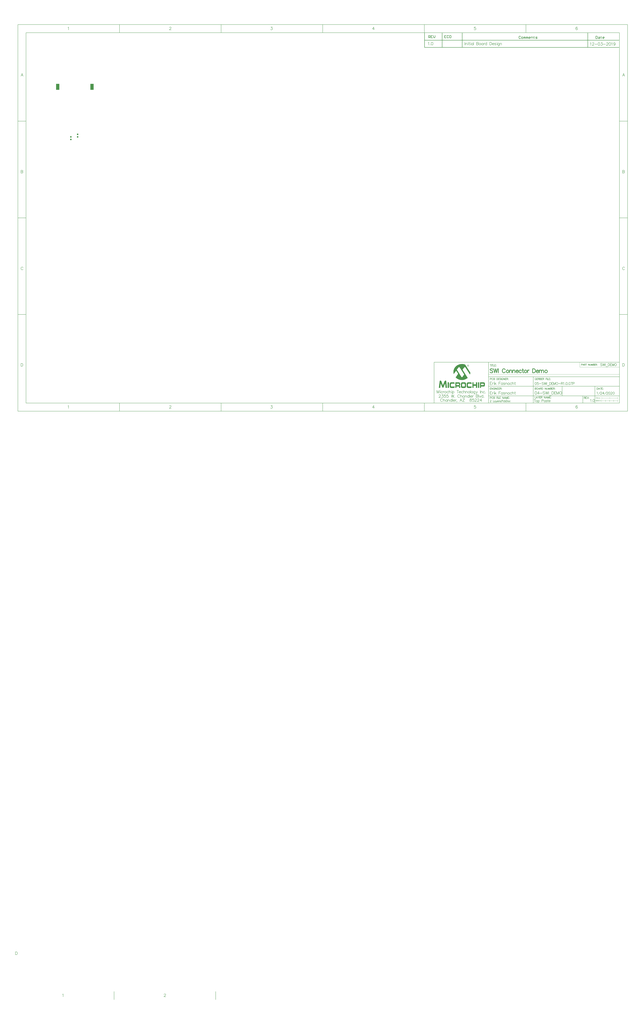
<source format=gtp>
G04 Layer_Color=8421504*
%FSLAX43Y43*%
%MOMM*%
G71*
G01*
G75*
%ADD10R,2.030X3.800*%
G04:AMPARAMS|DCode=11|XSize=0.9mm|YSize=0.8mm|CornerRadius=0.2mm|HoleSize=0mm|Usage=FLASHONLY|Rotation=180.000|XOffset=0mm|YOffset=0mm|HoleType=Round|Shape=RoundedRectangle|*
%AMROUNDEDRECTD11*
21,1,0.900,0.400,0,0,180.0*
21,1,0.500,0.800,0,0,180.0*
1,1,0.400,-0.250,0.200*
1,1,0.400,0.250,0.200*
1,1,0.400,0.250,-0.200*
1,1,0.400,-0.250,-0.200*
%
%ADD11ROUNDEDRECTD11*%
%ADD13C,0.178*%
%ADD14C,0.150*%
%ADD15C,0.100*%
%ADD16C,0.254*%
%ADD17C,0.127*%
%ADD18C,0.381*%
%ADD19C,0.178*%
%ADD20C,0.200*%
G36*
X264889Y-150000D02*
X264164Y-150000D01*
X264164Y-148694D01*
X262611Y-148694D01*
X262611Y-150000D01*
X261929Y-150000D01*
X261929Y-146546D01*
X262611Y-146546D01*
X262611Y-147765D01*
X264164Y-147765D01*
X264164Y-146546D01*
X264889Y-146546D01*
X264889Y-150000D01*
X264889Y-150000D02*
G37*
G36*
X260971Y-146517D02*
X261043Y-146531D01*
X261101Y-146546D01*
X261116Y-146546D01*
X261145Y-146560D01*
X261232Y-146604D01*
X261290Y-146647D01*
X261333Y-146705D01*
X261377Y-146792D01*
X261406Y-146880D01*
X261406Y-146894D01*
X261421Y-146909D01*
X261421Y-146952D01*
X261435Y-147025D01*
X261435Y-147097D01*
X261450Y-147184D01*
X261450Y-147300D01*
X261450Y-147431D01*
X259563Y-147388D01*
X259548Y-147388D01*
X259490Y-147402D01*
X259432Y-147417D01*
X259345Y-147475D01*
X259273Y-147547D01*
X259200Y-147678D01*
X259171Y-147750D01*
X259142Y-147852D01*
X259127Y-147954D01*
X259127Y-148084D01*
X259127Y-148462D01*
X259127Y-148476D01*
X259127Y-148491D01*
X259127Y-148563D01*
X259156Y-148679D01*
X259185Y-148810D01*
X259229Y-148941D01*
X259302Y-149042D01*
X259403Y-149129D01*
X259476Y-149144D01*
X259548Y-149158D01*
X261479Y-149158D01*
X261479Y-149187D01*
X261479Y-149245D01*
X261479Y-149332D01*
X261464Y-149448D01*
X261450Y-149565D01*
X261435Y-149681D01*
X261406Y-149768D01*
X261363Y-149840D01*
X261363Y-149855D01*
X261333Y-149869D01*
X261290Y-149898D01*
X261232Y-149927D01*
X261145Y-149971D01*
X261043Y-150000D01*
X260898Y-150014D01*
X260724Y-150029D01*
X259316Y-150029D01*
X259200Y-150014D01*
X259069Y-149985D01*
X258924Y-149942D01*
X258779Y-149869D01*
X258648Y-149782D01*
X258547Y-149666D01*
X258547Y-149652D01*
X258518Y-149608D01*
X258489Y-149550D01*
X258460Y-149448D01*
X258431Y-149332D01*
X258402Y-149173D01*
X258387Y-148999D01*
X258373Y-148795D01*
X258373Y-147765D01*
X258373Y-147750D01*
X258373Y-147721D01*
X258373Y-147678D01*
X258373Y-147620D01*
X258402Y-147475D01*
X258431Y-147300D01*
X258474Y-147112D01*
X258547Y-146923D01*
X258648Y-146763D01*
X258721Y-146705D01*
X258794Y-146647D01*
X258808Y-146647D01*
X258837Y-146618D01*
X258881Y-146604D01*
X258953Y-146575D01*
X259040Y-146546D01*
X259156Y-146531D01*
X259273Y-146502D01*
X260797Y-146502D01*
X260971Y-146517D01*
X260971Y-146517D02*
G37*
G36*
X266210Y-150000D02*
X265397Y-150000D01*
X265397Y-146546D01*
X266210Y-146546D01*
X266210Y-150000D01*
X266210Y-150000D02*
G37*
G36*
X245209Y-145414D02*
X245282Y-145428D01*
X245354Y-145472D01*
X245427Y-145530D01*
X245514Y-145631D01*
X245572Y-145762D01*
X245601Y-145936D01*
X246065Y-150000D01*
X245194Y-150000D01*
X244948Y-147083D01*
X244933Y-147083D01*
X244048Y-149419D01*
X244048Y-149434D01*
X244019Y-149477D01*
X243975Y-149550D01*
X243932Y-149608D01*
X243859Y-149681D01*
X243772Y-149753D01*
X243656Y-149797D01*
X243540Y-149811D01*
X243482Y-149811D01*
X243409Y-149797D01*
X243322Y-149768D01*
X243235Y-149710D01*
X243148Y-149652D01*
X243061Y-149550D01*
X243003Y-149419D01*
X242118Y-147126D01*
X242103Y-147126D01*
X241842Y-150000D01*
X241000Y-150000D01*
X241435Y-145893D01*
X241435Y-145878D01*
X241450Y-145820D01*
X241479Y-145733D01*
X241523Y-145646D01*
X241581Y-145559D01*
X241668Y-145472D01*
X241769Y-145414D01*
X241900Y-145399D01*
X241972Y-145399D01*
X242059Y-145428D01*
X242147Y-145457D01*
X242248Y-145515D01*
X242364Y-145588D01*
X242451Y-145704D01*
X242538Y-145864D01*
X243525Y-148374D01*
X243540Y-148374D01*
X244527Y-145864D01*
X244541Y-145849D01*
X244556Y-145791D01*
X244599Y-145718D01*
X244672Y-145631D01*
X244759Y-145544D01*
X244861Y-145472D01*
X244991Y-145414D01*
X245151Y-145399D01*
X245165Y-145399D01*
X245209Y-145414D01*
X245209Y-145414D02*
G37*
G36*
X269026Y-146560D02*
X269142Y-146575D01*
X269272Y-146618D01*
X269403Y-146691D01*
X269534Y-146792D01*
X269650Y-146938D01*
X269722Y-147126D01*
X269722Y-147141D01*
X269737Y-147170D01*
X269737Y-147213D01*
X269751Y-147286D01*
X269766Y-147373D01*
X269766Y-147475D01*
X269780Y-147605D01*
X269780Y-147736D01*
X269780Y-147997D01*
X269780Y-148026D01*
X269780Y-148099D01*
X269766Y-148215D01*
X269751Y-148345D01*
X269693Y-148636D01*
X269650Y-148781D01*
X269577Y-148897D01*
X269577Y-148911D01*
X269548Y-148926D01*
X269505Y-148970D01*
X269461Y-149013D01*
X269316Y-149086D01*
X269214Y-149115D01*
X269113Y-149129D01*
X267386Y-149129D01*
X267386Y-150000D01*
X266674Y-150000D01*
X266674Y-146546D01*
X268953Y-146546D01*
X269026Y-146560D01*
X269026Y-146560D02*
G37*
G36*
X253714Y-146560D02*
X253830Y-146604D01*
X253961Y-146676D01*
X254019Y-146734D01*
X254077Y-146792D01*
X254135Y-146880D01*
X254193Y-146981D01*
X254236Y-147097D01*
X254265Y-147242D01*
X254294Y-147388D01*
X254294Y-147576D01*
X254294Y-147779D01*
X254294Y-147794D01*
X254294Y-147808D01*
X254294Y-147896D01*
X254280Y-148012D01*
X254251Y-148157D01*
X254193Y-148316D01*
X254135Y-148447D01*
X254033Y-148578D01*
X253903Y-148650D01*
X253903Y-148665D01*
X253917Y-148665D01*
X253961Y-148694D01*
X254033Y-148737D01*
X254106Y-148795D01*
X254164Y-148897D01*
X254236Y-149028D01*
X254280Y-149202D01*
X254294Y-149419D01*
X254294Y-150000D01*
X253569Y-150000D01*
X253569Y-149594D01*
X253569Y-149579D01*
X253569Y-149550D01*
X253569Y-149492D01*
X253569Y-149434D01*
X253554Y-149318D01*
X253554Y-149260D01*
X253540Y-149231D01*
X253525Y-149216D01*
X253482Y-149158D01*
X253409Y-149115D01*
X253278Y-149100D01*
X252001Y-149100D01*
X252001Y-150000D01*
X251261Y-150000D01*
X251261Y-146546D01*
X253641Y-146546D01*
X253714Y-146560D01*
X253714Y-146560D02*
G37*
G36*
X257154Y-146517D02*
X257270Y-146546D01*
X257415Y-146575D01*
X257545Y-146633D01*
X257662Y-146720D01*
X257763Y-146822D01*
X257778Y-146836D01*
X257792Y-146880D01*
X257836Y-146952D01*
X257879Y-147054D01*
X257908Y-147184D01*
X257952Y-147344D01*
X257966Y-147533D01*
X257981Y-147750D01*
X257981Y-148781D01*
X257981Y-148795D01*
X257981Y-148824D01*
X257981Y-148868D01*
X257966Y-148941D01*
X257952Y-149100D01*
X257923Y-149289D01*
X257850Y-149492D01*
X257763Y-149681D01*
X257647Y-149840D01*
X257560Y-149913D01*
X257473Y-149956D01*
X257458Y-149956D01*
X257444Y-149971D01*
X257386Y-149985D01*
X257328Y-149985D01*
X257255Y-150000D01*
X257168Y-150014D01*
X256950Y-150029D01*
X255673Y-150029D01*
X255572Y-150014D01*
X255441Y-149985D01*
X255296Y-149942D01*
X255151Y-149884D01*
X255020Y-149811D01*
X254919Y-149695D01*
X254904Y-149681D01*
X254889Y-149637D01*
X254860Y-149565D01*
X254831Y-149477D01*
X254788Y-149347D01*
X254759Y-149187D01*
X254744Y-148999D01*
X254730Y-148781D01*
X254730Y-147750D01*
X254730Y-147736D01*
X254730Y-147707D01*
X254730Y-147649D01*
X254744Y-147591D01*
X254759Y-147417D01*
X254802Y-147213D01*
X254875Y-147010D01*
X254977Y-146807D01*
X255049Y-146734D01*
X255122Y-146662D01*
X255223Y-146604D01*
X255325Y-146560D01*
X255339Y-146560D01*
X255354Y-146546D01*
X255397Y-146546D01*
X255456Y-146531D01*
X255601Y-146517D01*
X255775Y-146502D01*
X257052Y-146502D01*
X257154Y-146517D01*
X257154Y-146517D02*
G37*
G36*
X250085Y-146517D02*
X250245Y-146517D01*
X250405Y-146531D01*
X250535Y-146560D01*
X250579Y-146575D01*
X250608Y-146589D01*
X250622Y-146589D01*
X250637Y-146618D01*
X250666Y-146662D01*
X250710Y-146734D01*
X250739Y-146836D01*
X250768Y-146981D01*
X250782Y-147155D01*
X250797Y-147388D01*
X248895Y-147388D01*
X248823Y-147402D01*
X248721Y-147446D01*
X248620Y-147533D01*
X248605Y-147562D01*
X248591Y-147591D01*
X248562Y-147649D01*
X248547Y-147721D01*
X248518Y-147823D01*
X248504Y-147939D01*
X248504Y-148084D01*
X248504Y-148462D01*
X248504Y-148476D01*
X248504Y-148520D01*
X248504Y-148592D01*
X248518Y-148679D01*
X248533Y-148853D01*
X248547Y-148926D01*
X248562Y-148984D01*
X248576Y-149013D01*
X248634Y-149071D01*
X248750Y-149129D01*
X248823Y-149144D01*
X248910Y-149158D01*
X250840Y-149158D01*
X250840Y-149173D01*
X250840Y-149245D01*
X250840Y-149332D01*
X250826Y-149434D01*
X250797Y-149652D01*
X250768Y-149739D01*
X250739Y-149811D01*
X250739Y-149826D01*
X250710Y-149840D01*
X250666Y-149884D01*
X250608Y-149913D01*
X250521Y-149956D01*
X250419Y-150000D01*
X250274Y-150014D01*
X250100Y-150029D01*
X248707Y-150029D01*
X248591Y-150014D01*
X248475Y-150000D01*
X248344Y-149956D01*
X248199Y-149913D01*
X248068Y-149840D01*
X247967Y-149753D01*
X247952Y-149739D01*
X247937Y-149695D01*
X247894Y-149623D01*
X247850Y-149521D01*
X247807Y-149390D01*
X247778Y-149216D01*
X247749Y-149013D01*
X247734Y-148781D01*
X247734Y-147750D01*
X247734Y-147736D01*
X247734Y-147707D01*
X247734Y-147649D01*
X247749Y-147576D01*
X247778Y-147388D01*
X247821Y-147184D01*
X247908Y-146967D01*
X248039Y-146763D01*
X248112Y-146691D01*
X248213Y-146618D01*
X248315Y-146560D01*
X248445Y-146531D01*
X248475Y-146531D01*
X248547Y-146517D01*
X248649Y-146502D01*
X249911Y-146502D01*
X250085Y-146517D01*
X250085Y-146517D02*
G37*
G36*
X247299Y-150000D02*
X246501Y-150000D01*
X246501Y-146546D01*
X247299Y-146546D01*
X247299Y-150000D01*
X247299Y-150000D02*
G37*
G36*
X255731Y-135066D02*
X255847Y-135066D01*
X255978Y-135080D01*
X256123Y-135109D01*
X256442Y-135153D01*
X256791Y-135225D01*
X257154Y-135327D01*
X257502Y-135472D01*
X260666Y-140508D01*
X260666Y-140523D01*
X260666Y-140552D01*
X260651Y-140595D01*
X260651Y-140668D01*
X260622Y-140842D01*
X260579Y-141060D01*
X260579Y-141074D01*
X260564Y-141103D01*
X260550Y-141176D01*
X260535Y-141248D01*
X260506Y-141335D01*
X260477Y-141452D01*
X260405Y-141684D01*
X257662Y-137373D01*
X257647Y-137359D01*
X257633Y-137315D01*
X257589Y-137272D01*
X257531Y-137199D01*
X257458Y-137141D01*
X257371Y-137097D01*
X257270Y-137054D01*
X257168Y-137039D01*
X257125Y-137039D01*
X257081Y-137054D01*
X257023Y-137083D01*
X256950Y-137112D01*
X256863Y-137170D01*
X256791Y-137257D01*
X256704Y-137359D01*
X255789Y-138621D01*
X259026Y-143716D01*
X259011Y-143730D01*
X258953Y-143774D01*
X258866Y-143846D01*
X258750Y-143933D01*
X258605Y-144035D01*
X258416Y-144151D01*
X258213Y-144282D01*
X257981Y-144398D01*
X257720Y-144528D01*
X257429Y-144659D01*
X257125Y-144775D01*
X256791Y-144877D01*
X256442Y-144964D01*
X256080Y-145036D01*
X255688Y-145080D01*
X255281Y-145094D01*
X255180Y-145094D01*
X255064Y-145080D01*
X254919Y-145065D01*
X254715Y-145036D01*
X254498Y-145007D01*
X254251Y-144949D01*
X253975Y-144891D01*
X253685Y-144804D01*
X253380Y-144688D01*
X253061Y-144557D01*
X252741Y-144398D01*
X252422Y-144209D01*
X252088Y-143991D01*
X251769Y-143730D01*
X251464Y-143440D01*
X252829Y-141553D01*
X252843Y-141539D01*
X252858Y-141481D01*
X252887Y-141393D01*
X252901Y-141321D01*
X252916Y-141248D01*
X252916Y-141219D01*
X252901Y-141147D01*
X252858Y-141016D01*
X252771Y-140856D01*
X251755Y-139274D01*
X250245Y-141364D01*
X250245Y-141350D01*
X250245Y-141335D01*
X250216Y-141248D01*
X250187Y-141132D01*
X250158Y-140958D01*
X250129Y-140755D01*
X250100Y-140523D01*
X250085Y-140261D01*
X250071Y-139986D01*
X250071Y-139957D01*
X250071Y-139899D01*
X250085Y-139797D01*
X250100Y-139652D01*
X250115Y-139492D01*
X250144Y-139289D01*
X250187Y-139071D01*
X250260Y-138825D01*
X250332Y-138563D01*
X250419Y-138302D01*
X250550Y-138012D01*
X250681Y-137736D01*
X250855Y-137446D01*
X251043Y-137155D01*
X251261Y-136880D01*
X251522Y-136604D01*
X251537Y-136589D01*
X251595Y-136531D01*
X251682Y-136459D01*
X251798Y-136357D01*
X251958Y-136241D01*
X252132Y-136111D01*
X252350Y-135965D01*
X252596Y-135820D01*
X252858Y-135675D01*
X253162Y-135544D01*
X253482Y-135414D01*
X253830Y-135298D01*
X254193Y-135196D01*
X254585Y-135124D01*
X254991Y-135066D01*
X255426Y-135051D01*
X255630Y-135051D01*
X255731Y-135066D01*
X255731Y-135066D02*
G37*
G36*
X259331Y-135559D02*
X259418Y-135574D01*
X259519Y-135617D01*
X259621Y-135690D01*
X259708Y-135791D01*
X259766Y-135922D01*
X259795Y-136096D01*
X259795Y-136125D01*
X259781Y-136183D01*
X259766Y-136270D01*
X259723Y-136386D01*
X259664Y-136488D01*
X259563Y-136575D01*
X259432Y-136648D01*
X259244Y-136677D01*
X259200Y-136677D01*
X259156Y-136662D01*
X259113Y-136648D01*
X258968Y-136604D01*
X258910Y-136560D01*
X258837Y-136502D01*
X258837Y-136488D01*
X258808Y-136473D01*
X258750Y-136386D01*
X258692Y-136256D01*
X258678Y-136183D01*
X258663Y-136096D01*
X258663Y-136081D01*
X258663Y-136052D01*
X258678Y-136009D01*
X258692Y-135965D01*
X258750Y-135835D01*
X258837Y-135704D01*
X258852Y-135690D01*
X258866Y-135675D01*
X258953Y-135617D01*
X259084Y-135574D01*
X259156Y-135544D01*
X259273Y-135544D01*
X259331Y-135559D01*
X259331Y-135559D02*
G37*
%LPC*%
G36*
X268750Y-147373D02*
X267386Y-147373D01*
X267386Y-148258D01*
X268837Y-148258D01*
X268866Y-148244D01*
X268910Y-148215D01*
X268953Y-148171D01*
X268997Y-148099D01*
X269011Y-148012D01*
X269026Y-147896D01*
X269026Y-147765D01*
X269026Y-147750D01*
X269026Y-147707D01*
X269011Y-147634D01*
X268997Y-147562D01*
X268953Y-147504D01*
X268910Y-147431D01*
X268837Y-147388D01*
X268750Y-147373D01*
X268750Y-147373D02*
G37*
G36*
X253249Y-147373D02*
X252001Y-147373D01*
X252001Y-148244D01*
X253366Y-148244D01*
X253409Y-148229D01*
X253467Y-148200D01*
X253525Y-148157D01*
X253569Y-148084D01*
X253598Y-147997D01*
X253612Y-147866D01*
X253612Y-147765D01*
X253612Y-147750D01*
X253612Y-147707D01*
X253598Y-147634D01*
X253569Y-147562D01*
X253525Y-147504D01*
X253453Y-147431D01*
X253366Y-147388D01*
X253249Y-147373D01*
X253249Y-147373D02*
G37*
G36*
X256849Y-147373D02*
X255891Y-147373D01*
X255804Y-147388D01*
X255688Y-147446D01*
X255630Y-147475D01*
X255586Y-147533D01*
X255572Y-147562D01*
X255557Y-147605D01*
X255543Y-147663D01*
X255514Y-147736D01*
X255499Y-147837D01*
X255485Y-147954D01*
X255485Y-148084D01*
X255485Y-148462D01*
X255485Y-148476D01*
X255485Y-148520D01*
X255485Y-148592D01*
X255499Y-148679D01*
X255514Y-148853D01*
X255528Y-148941D01*
X255557Y-149013D01*
X255572Y-149042D01*
X255630Y-149086D01*
X255731Y-149129D01*
X255876Y-149158D01*
X256820Y-149158D01*
X256878Y-149144D01*
X256950Y-149115D01*
X257038Y-149071D01*
X257110Y-148984D01*
X257183Y-148868D01*
X257241Y-148694D01*
X257255Y-148578D01*
X257255Y-148462D01*
X257255Y-148084D01*
X257255Y-148070D01*
X257255Y-148026D01*
X257255Y-147954D01*
X257241Y-147866D01*
X257197Y-147692D01*
X257154Y-147605D01*
X257110Y-147533D01*
X257110Y-147518D01*
X257081Y-147504D01*
X257023Y-147446D01*
X256921Y-147402D01*
X256849Y-147373D01*
X256849Y-147373D02*
G37*
G36*
X253598Y-137025D02*
X253554Y-137025D01*
X253511Y-137039D01*
X253438Y-137068D01*
X253366Y-137097D01*
X253293Y-137155D01*
X253206Y-137243D01*
X253119Y-137344D01*
X252219Y-138607D01*
X254919Y-142874D01*
X254933Y-142888D01*
X254962Y-142932D01*
X255006Y-143004D01*
X255064Y-143063D01*
X255136Y-143135D01*
X255209Y-143208D01*
X255296Y-143251D01*
X255368Y-143266D01*
X255412Y-143266D01*
X255470Y-143251D01*
X255528Y-143222D01*
X255601Y-143193D01*
X255688Y-143150D01*
X255760Y-143077D01*
X255833Y-142975D01*
X256776Y-141626D01*
X254077Y-137359D01*
X254062Y-137344D01*
X254033Y-137301D01*
X253990Y-137257D01*
X253932Y-137185D01*
X253859Y-137126D01*
X253786Y-137083D01*
X253699Y-137039D01*
X253598Y-137025D01*
X253598Y-137025D02*
G37*
G36*
X259244Y-135646D02*
X259171Y-135646D01*
X259084Y-135675D01*
X258997Y-135704D01*
X258910Y-135762D01*
X258823Y-135835D01*
X258765Y-135951D01*
X258750Y-136096D01*
X258750Y-136111D01*
X258750Y-136125D01*
X258765Y-136212D01*
X258808Y-136328D01*
X258895Y-136444D01*
X258924Y-136473D01*
X258997Y-136517D01*
X259098Y-136560D01*
X259244Y-136589D01*
X259258Y-136589D01*
X259316Y-136575D01*
X259389Y-136560D01*
X259476Y-136531D01*
X259563Y-136473D01*
X259635Y-136386D01*
X259693Y-136256D01*
X259708Y-136096D01*
X259708Y-136081D01*
X259708Y-136023D01*
X259679Y-135951D01*
X259650Y-135864D01*
X259592Y-135791D01*
X259519Y-135719D01*
X259403Y-135661D01*
X259244Y-135646D01*
X259244Y-135646D02*
G37*
%LPD*%
G36*
X259374Y-135806D02*
X259447Y-135849D01*
X259476Y-135907D01*
X259490Y-135965D01*
X259490Y-135980D01*
X259490Y-135994D01*
X259476Y-136067D01*
X259418Y-136125D01*
X259374Y-136154D01*
X259316Y-136169D01*
X259505Y-136444D01*
X259389Y-136444D01*
X259215Y-136169D01*
X259113Y-136169D01*
X259113Y-136444D01*
X259011Y-136444D01*
X259011Y-135777D01*
X259287Y-135777D01*
X259374Y-135806D01*
X259374Y-135806D02*
G37*
%LPC*%
G36*
X259273Y-135864D02*
X259113Y-135864D01*
X259113Y-136081D01*
X259287Y-136081D01*
X259331Y-136067D01*
X259360Y-136038D01*
X259374Y-135965D01*
X259374Y-135951D01*
X259360Y-135907D01*
X259331Y-135878D01*
X259273Y-135864D01*
X259273Y-135864D02*
G37*
%LPD*%
D10*
X24250Y37864D02*
D03*
X2750Y37864D02*
D03*
D11*
X15216Y8250D02*
D03*
X15216Y6650D02*
D03*
X11000Y5050D02*
D03*
X11000Y6650D02*
D03*
D13*
X335678Y-157358D02*
X335821Y-157287D01*
X336035Y-157073D01*
X336035Y-158572D01*
X336849Y-158429D02*
X336778Y-158501D01*
X336849Y-158572D01*
X336920Y-158501D01*
X336849Y-158429D01*
X337677Y-157073D02*
X337463Y-157144D01*
X337320Y-157358D01*
X337249Y-157715D01*
X337249Y-157930D01*
X337320Y-158287D01*
X337463Y-158501D01*
X337677Y-158572D01*
X337820Y-158572D01*
X338034Y-158501D01*
X338177Y-158287D01*
X338249Y-157930D01*
X338249Y-157715D01*
X338177Y-157358D01*
X338034Y-157144D01*
X337820Y-157073D01*
X337677Y-157073D01*
X9176Y74937D02*
X9345Y75022D01*
X9599Y75276D01*
X9599Y73498D01*
X72650Y74852D02*
X72650Y74937D01*
X72735Y75106D01*
X72820Y75191D01*
X72989Y75276D01*
X73328Y75276D01*
X73497Y75191D01*
X73582Y75106D01*
X73666Y74937D01*
X73666Y74768D01*
X73582Y74598D01*
X73412Y74344D01*
X72566Y73498D01*
X73751Y73498D01*
X135964Y75276D02*
X136896Y75276D01*
X136388Y74598D01*
X136642Y74598D01*
X136811Y74514D01*
X136896Y74429D01*
X136980Y74175D01*
X136980Y74006D01*
X136896Y73752D01*
X136726Y73583D01*
X136472Y73498D01*
X136218Y73498D01*
X135964Y73583D01*
X135880Y73667D01*
X135795Y73837D01*
X200311Y75276D02*
X199464Y74091D01*
X200734Y74091D01*
X200311Y75276D02*
X200311Y73498D01*
X263955Y75276D02*
X263108Y75276D01*
X263023Y74514D01*
X263108Y74598D01*
X263362Y74683D01*
X263616Y74683D01*
X263870Y74598D01*
X264039Y74429D01*
X264124Y74175D01*
X264124Y74006D01*
X264039Y73752D01*
X263870Y73583D01*
X263616Y73498D01*
X263362Y73498D01*
X263108Y73583D01*
X263023Y73667D01*
X262939Y73837D01*
X327582Y75022D02*
X327497Y75191D01*
X327243Y75276D01*
X327074Y75276D01*
X326820Y75191D01*
X326650Y74937D01*
X326566Y74514D01*
X326566Y74091D01*
X326650Y73752D01*
X326820Y73583D01*
X327074Y73498D01*
X327158Y73498D01*
X327412Y73583D01*
X327582Y73752D01*
X327666Y74006D01*
X327666Y74091D01*
X327582Y74344D01*
X327412Y74514D01*
X327158Y74598D01*
X327074Y74598D01*
X326820Y74514D01*
X326650Y74344D01*
X326566Y74091D01*
X357079Y44466D02*
X356402Y46243D01*
X355725Y44466D01*
X355979Y45058D02*
X356825Y45058D01*
X355725Y-14209D02*
X355725Y-15986D01*
X355725Y-14209D02*
X356487Y-14209D01*
X356741Y-14293D01*
X356825Y-14378D01*
X356910Y-14547D01*
X356910Y-14716D01*
X356825Y-14886D01*
X356741Y-14970D01*
X356487Y-15055D01*
X355725Y-15055D02*
X356487Y-15055D01*
X356741Y-15140D01*
X356825Y-15224D01*
X356910Y-15394D01*
X356910Y-15648D01*
X356825Y-15817D01*
X356741Y-15902D01*
X356487Y-15986D01*
X355725Y-15986D01*
X356995Y-74957D02*
X356910Y-74788D01*
X356741Y-74618D01*
X356572Y-74534D01*
X356233Y-74534D01*
X356064Y-74618D01*
X355894Y-74788D01*
X355810Y-74957D01*
X355725Y-75211D01*
X355725Y-75634D01*
X355810Y-75888D01*
X355894Y-76057D01*
X356064Y-76227D01*
X356233Y-76311D01*
X356572Y-76311D01*
X356741Y-76227D01*
X356910Y-76057D01*
X356995Y-75888D01*
X355725Y-134732D02*
X355725Y-136509D01*
X355725Y-134732D02*
X356318Y-134732D01*
X356572Y-134816D01*
X356741Y-134986D01*
X356825Y-135155D01*
X356910Y-135409D01*
X356910Y-135832D01*
X356825Y-136086D01*
X356741Y-136255D01*
X356572Y-136425D01*
X356318Y-136509D01*
X355725Y-136509D01*
X-18841Y44466D02*
X-19518Y46243D01*
X-20195Y44466D01*
X-19941Y45058D02*
X-19095Y45058D01*
X-20195Y-14209D02*
X-20195Y-15986D01*
X-20195Y-14209D02*
X-19433Y-14209D01*
X-19179Y-14293D01*
X-19095Y-14378D01*
X-19010Y-14547D01*
X-19010Y-14716D01*
X-19095Y-14886D01*
X-19179Y-14970D01*
X-19433Y-15055D01*
X-20195Y-15055D02*
X-19433Y-15055D01*
X-19179Y-15140D01*
X-19095Y-15224D01*
X-19010Y-15394D01*
X-19010Y-15648D01*
X-19095Y-15817D01*
X-19179Y-15902D01*
X-19433Y-15986D01*
X-20195Y-15986D01*
X-18925Y-74957D02*
X-19010Y-74788D01*
X-19179Y-74618D01*
X-19348Y-74534D01*
X-19687Y-74534D01*
X-19856Y-74618D01*
X-20026Y-74788D01*
X-20110Y-74957D01*
X-20195Y-75211D01*
X-20195Y-75634D01*
X-20110Y-75888D01*
X-20026Y-76057D01*
X-19856Y-76227D01*
X-19687Y-76311D01*
X-19348Y-76311D01*
X-19179Y-76227D01*
X-19010Y-76057D01*
X-18925Y-75888D01*
X-20195Y-134732D02*
X-20195Y-136509D01*
X-20195Y-134732D02*
X-19602Y-134732D01*
X-19348Y-134816D01*
X-19179Y-134986D01*
X-19095Y-135155D01*
X-19010Y-135409D01*
X-19010Y-135832D01*
X-19095Y-136086D01*
X-19179Y-136255D01*
X-19348Y-136425D01*
X-19602Y-136509D01*
X-20195Y-136509D01*
X9176Y-161283D02*
X9345Y-161198D01*
X9599Y-160944D01*
X9599Y-162722D01*
X72650Y-161368D02*
X72650Y-161283D01*
X72735Y-161114D01*
X72820Y-161029D01*
X72989Y-160944D01*
X73328Y-160944D01*
X73497Y-161029D01*
X73582Y-161114D01*
X73666Y-161283D01*
X73666Y-161452D01*
X73582Y-161622D01*
X73412Y-161876D01*
X72566Y-162722D01*
X73751Y-162722D01*
X135964Y-160944D02*
X136896Y-160944D01*
X136388Y-161622D01*
X136642Y-161622D01*
X136811Y-161706D01*
X136896Y-161791D01*
X136980Y-162045D01*
X136980Y-162214D01*
X136896Y-162468D01*
X136726Y-162637D01*
X136472Y-162722D01*
X136218Y-162722D01*
X135964Y-162637D01*
X135880Y-162553D01*
X135795Y-162383D01*
X200311Y-160944D02*
X199464Y-162129D01*
X200734Y-162129D01*
X200311Y-160944D02*
X200311Y-162722D01*
X263955Y-160944D02*
X263108Y-160944D01*
X263023Y-161706D01*
X263108Y-161622D01*
X263362Y-161537D01*
X263616Y-161537D01*
X263870Y-161622D01*
X264039Y-161791D01*
X264124Y-162045D01*
X264124Y-162214D01*
X264039Y-162468D01*
X263870Y-162637D01*
X263616Y-162722D01*
X263362Y-162722D01*
X263108Y-162637D01*
X263023Y-162553D01*
X262939Y-162383D01*
X327582Y-161198D02*
X327497Y-161029D01*
X327243Y-160944D01*
X327074Y-160944D01*
X326820Y-161029D01*
X326650Y-161283D01*
X326566Y-161706D01*
X326566Y-162129D01*
X326650Y-162468D01*
X326820Y-162637D01*
X327074Y-162722D01*
X327158Y-162722D01*
X327412Y-162637D01*
X327582Y-162468D01*
X327666Y-162214D01*
X327666Y-162129D01*
X327582Y-161876D01*
X327412Y-161706D01*
X327158Y-161622D01*
X327074Y-161622D01*
X326820Y-161706D01*
X326650Y-161876D01*
X326566Y-162129D01*
X243270Y-157146D02*
X243185Y-156976D01*
X243016Y-156807D01*
X242846Y-156722D01*
X242508Y-156722D01*
X242339Y-156807D01*
X242169Y-156976D01*
X242085Y-157146D01*
X242000Y-157400D01*
X242000Y-157823D01*
X242085Y-158077D01*
X242169Y-158246D01*
X242339Y-158415D01*
X242508Y-158500D01*
X242846Y-158500D01*
X243016Y-158415D01*
X243185Y-158246D01*
X243270Y-158077D01*
X243769Y-156722D02*
X243769Y-158500D01*
X243769Y-157654D02*
X244023Y-157400D01*
X244192Y-157315D01*
X244446Y-157315D01*
X244616Y-157400D01*
X244700Y-157654D01*
X244700Y-158500D01*
X246182Y-157315D02*
X246182Y-158500D01*
X246182Y-157569D02*
X246012Y-157400D01*
X245843Y-157315D01*
X245589Y-157315D01*
X245420Y-157400D01*
X245251Y-157569D01*
X245166Y-157823D01*
X245166Y-157992D01*
X245251Y-158246D01*
X245420Y-158415D01*
X245589Y-158500D01*
X245843Y-158500D01*
X246012Y-158415D01*
X246182Y-158246D01*
X246656Y-157315D02*
X246656Y-158500D01*
X246656Y-157654D02*
X246910Y-157400D01*
X247079Y-157315D01*
X247333Y-157315D01*
X247502Y-157400D01*
X247587Y-157654D01*
X247587Y-158500D01*
X249068Y-156722D02*
X249068Y-158500D01*
X249068Y-157569D02*
X248899Y-157400D01*
X248730Y-157315D01*
X248476Y-157315D01*
X248306Y-157400D01*
X248137Y-157569D01*
X248052Y-157823D01*
X248052Y-157992D01*
X248137Y-158246D01*
X248306Y-158415D01*
X248476Y-158500D01*
X248730Y-158500D01*
X248899Y-158415D01*
X249068Y-158246D01*
X249542Y-156722D02*
X249542Y-158500D01*
X249915Y-157823D02*
X250930Y-157823D01*
X250930Y-157654D01*
X250846Y-157484D01*
X250761Y-157400D01*
X250592Y-157315D01*
X250338Y-157315D01*
X250169Y-157400D01*
X249999Y-157569D01*
X249915Y-157823D01*
X249915Y-157992D01*
X249999Y-158246D01*
X250169Y-158415D01*
X250338Y-158500D01*
X250592Y-158500D01*
X250761Y-158415D01*
X250930Y-158246D01*
X251311Y-157315D02*
X251311Y-158500D01*
X251311Y-157823D02*
X251396Y-157569D01*
X251565Y-157400D01*
X251735Y-157315D01*
X251989Y-157315D01*
X252319Y-158415D02*
X252234Y-158500D01*
X252149Y-158415D01*
X252234Y-158331D01*
X252319Y-158415D01*
X252319Y-158585D01*
X252234Y-158754D01*
X252149Y-158839D01*
X255459Y-158500D02*
X254782Y-156722D01*
X254105Y-158500D01*
X254359Y-157907D02*
X255205Y-157907D01*
X257059Y-156722D02*
X255874Y-158500D01*
X255874Y-156722D02*
X257059Y-156722D01*
X255874Y-158500D02*
X257059Y-158500D01*
X260673Y-156722D02*
X260420Y-156807D01*
X260335Y-156976D01*
X260335Y-157146D01*
X260420Y-157315D01*
X260589Y-157400D01*
X260927Y-157484D01*
X261181Y-157569D01*
X261351Y-157738D01*
X261435Y-157907D01*
X261435Y-158161D01*
X261351Y-158331D01*
X261266Y-158415D01*
X261012Y-158500D01*
X260673Y-158500D01*
X260420Y-158415D01*
X260335Y-158331D01*
X260250Y-158161D01*
X260250Y-157907D01*
X260335Y-157738D01*
X260504Y-157569D01*
X260758Y-157484D01*
X261097Y-157400D01*
X261266Y-157315D01*
X261351Y-157146D01*
X261351Y-156976D01*
X261266Y-156807D01*
X261012Y-156722D01*
X260673Y-156722D01*
X262849Y-156722D02*
X262002Y-156722D01*
X261918Y-157484D01*
X262002Y-157400D01*
X262256Y-157315D01*
X262510Y-157315D01*
X262764Y-157400D01*
X262934Y-157569D01*
X263018Y-157823D01*
X263018Y-157992D01*
X262934Y-158246D01*
X262764Y-158415D01*
X262510Y-158500D01*
X262256Y-158500D01*
X262002Y-158415D01*
X261918Y-158331D01*
X261833Y-158161D01*
X263501Y-157146D02*
X263501Y-157061D01*
X263585Y-156892D01*
X263670Y-156807D01*
X263839Y-156722D01*
X264178Y-156722D01*
X264347Y-156807D01*
X264432Y-156892D01*
X264517Y-157061D01*
X264517Y-157230D01*
X264432Y-157400D01*
X264263Y-157654D01*
X263416Y-158500D01*
X264601Y-158500D01*
X265084Y-157146D02*
X265084Y-157061D01*
X265168Y-156892D01*
X265253Y-156807D01*
X265422Y-156722D01*
X265761Y-156722D01*
X265930Y-156807D01*
X266015Y-156892D01*
X266099Y-157061D01*
X266099Y-157230D01*
X266015Y-157400D01*
X265845Y-157654D01*
X264999Y-158500D01*
X266184Y-158500D01*
X267428Y-156722D02*
X266582Y-157907D01*
X267852Y-157907D01*
X267428Y-156722D02*
X267428Y-158500D01*
X241085Y-154646D02*
X241085Y-154561D01*
X241169Y-154392D01*
X241254Y-154307D01*
X241423Y-154222D01*
X241762Y-154222D01*
X241931Y-154307D01*
X242016Y-154392D01*
X242100Y-154561D01*
X242100Y-154730D01*
X242016Y-154900D01*
X241846Y-155154D01*
X241000Y-156000D01*
X242185Y-156000D01*
X242752Y-154222D02*
X243683Y-154222D01*
X243175Y-154900D01*
X243429Y-154900D01*
X243599Y-154984D01*
X243683Y-155069D01*
X243768Y-155323D01*
X243768Y-155492D01*
X243683Y-155746D01*
X243514Y-155915D01*
X243260Y-156000D01*
X243006Y-156000D01*
X242752Y-155915D01*
X242668Y-155831D01*
X242583Y-155661D01*
X245182Y-154222D02*
X244335Y-154222D01*
X244251Y-154984D01*
X244335Y-154900D01*
X244589Y-154815D01*
X244843Y-154815D01*
X245097Y-154900D01*
X245266Y-155069D01*
X245351Y-155323D01*
X245351Y-155492D01*
X245266Y-155746D01*
X245097Y-155915D01*
X244843Y-156000D01*
X244589Y-156000D01*
X244335Y-155915D01*
X244251Y-155831D01*
X244166Y-155661D01*
X246765Y-154222D02*
X245918Y-154222D01*
X245833Y-154984D01*
X245918Y-154900D01*
X246172Y-154815D01*
X246426Y-154815D01*
X246680Y-154900D01*
X246849Y-155069D01*
X246934Y-155323D01*
X246934Y-155492D01*
X246849Y-155746D01*
X246680Y-155915D01*
X246426Y-156000D01*
X246172Y-156000D01*
X245918Y-155915D01*
X245833Y-155831D01*
X245749Y-155661D01*
X248728Y-154222D02*
X249152Y-156000D01*
X249575Y-154222D02*
X249152Y-156000D01*
X249575Y-154222D02*
X249998Y-156000D01*
X250421Y-154222D02*
X249998Y-156000D01*
X250862Y-155831D02*
X250777Y-155915D01*
X250862Y-156000D01*
X250946Y-155915D01*
X250862Y-155831D01*
X254002Y-154646D02*
X253917Y-154476D01*
X253748Y-154307D01*
X253579Y-154222D01*
X253240Y-154222D01*
X253071Y-154307D01*
X252902Y-154476D01*
X252817Y-154646D01*
X252732Y-154900D01*
X252732Y-155323D01*
X252817Y-155577D01*
X252902Y-155746D01*
X253071Y-155915D01*
X253240Y-156000D01*
X253579Y-156000D01*
X253748Y-155915D01*
X253917Y-155746D01*
X254002Y-155577D01*
X254501Y-154222D02*
X254501Y-156000D01*
X254501Y-155154D02*
X254755Y-154900D01*
X254925Y-154815D01*
X255179Y-154815D01*
X255348Y-154900D01*
X255433Y-155154D01*
X255433Y-156000D01*
X256914Y-154815D02*
X256914Y-156000D01*
X256914Y-155069D02*
X256745Y-154900D01*
X256575Y-154815D01*
X256321Y-154815D01*
X256152Y-154900D01*
X255983Y-155069D01*
X255898Y-155323D01*
X255898Y-155492D01*
X255983Y-155746D01*
X256152Y-155915D01*
X256321Y-156000D01*
X256575Y-156000D01*
X256745Y-155915D01*
X256914Y-155746D01*
X257388Y-154815D02*
X257388Y-156000D01*
X257388Y-155154D02*
X257642Y-154900D01*
X257811Y-154815D01*
X258065Y-154815D01*
X258234Y-154900D01*
X258319Y-155154D01*
X258319Y-156000D01*
X259800Y-154222D02*
X259800Y-156000D01*
X259800Y-155069D02*
X259631Y-154900D01*
X259462Y-154815D01*
X259208Y-154815D01*
X259039Y-154900D01*
X258869Y-155069D01*
X258785Y-155323D01*
X258785Y-155492D01*
X258869Y-155746D01*
X259039Y-155915D01*
X259208Y-156000D01*
X259462Y-156000D01*
X259631Y-155915D01*
X259800Y-155746D01*
X260274Y-154222D02*
X260274Y-156000D01*
X260647Y-155323D02*
X261663Y-155323D01*
X261663Y-155154D01*
X261578Y-154984D01*
X261493Y-154900D01*
X261324Y-154815D01*
X261070Y-154815D01*
X260901Y-154900D01*
X260732Y-155069D01*
X260647Y-155323D01*
X260647Y-155492D01*
X260732Y-155746D01*
X260901Y-155915D01*
X261070Y-156000D01*
X261324Y-156000D01*
X261493Y-155915D01*
X261663Y-155746D01*
X262044Y-154815D02*
X262044Y-156000D01*
X262044Y-155323D02*
X262128Y-155069D01*
X262298Y-154900D01*
X262467Y-154815D01*
X262721Y-154815D01*
X264278Y-154222D02*
X264278Y-156000D01*
X264278Y-154222D02*
X265040Y-154222D01*
X265294Y-154307D01*
X265379Y-154392D01*
X265463Y-154561D01*
X265463Y-154730D01*
X265379Y-154900D01*
X265294Y-154984D01*
X265040Y-155069D01*
X264278Y-155069D02*
X265040Y-155069D01*
X265294Y-155154D01*
X265379Y-155238D01*
X265463Y-155407D01*
X265463Y-155661D01*
X265379Y-155831D01*
X265294Y-155915D01*
X265040Y-156000D01*
X264278Y-156000D01*
X265861Y-154222D02*
X265861Y-156000D01*
X266234Y-154815D02*
X266742Y-156000D01*
X267250Y-154815D02*
X266742Y-156000D01*
X268553Y-154222D02*
X268553Y-156000D01*
X268553Y-155069D02*
X268384Y-154900D01*
X268215Y-154815D01*
X267961Y-154815D01*
X267791Y-154900D01*
X267622Y-155069D01*
X267537Y-155323D01*
X267537Y-155492D01*
X267622Y-155746D01*
X267791Y-155915D01*
X267961Y-156000D01*
X268215Y-156000D01*
X268384Y-155915D01*
X268553Y-155746D01*
X269112Y-155831D02*
X269027Y-155915D01*
X269112Y-156000D01*
X269196Y-155915D01*
X269112Y-155831D01*
X239770Y-151482D02*
X239770Y-153260D01*
X239770Y-151482D02*
X240447Y-153260D01*
X241124Y-151482D02*
X240447Y-153260D01*
X241124Y-151482D02*
X241124Y-153260D01*
X241802Y-151482D02*
X241886Y-151567D01*
X241971Y-151482D01*
X241886Y-151398D01*
X241802Y-151482D01*
X241886Y-152075D02*
X241886Y-153260D01*
X243300Y-152329D02*
X243131Y-152160D01*
X242961Y-152075D01*
X242707Y-152075D01*
X242538Y-152160D01*
X242369Y-152329D01*
X242284Y-152583D01*
X242284Y-152752D01*
X242369Y-153006D01*
X242538Y-153175D01*
X242707Y-153260D01*
X242961Y-153260D01*
X243131Y-153175D01*
X243300Y-153006D01*
X243681Y-152075D02*
X243681Y-153260D01*
X243681Y-152583D02*
X243765Y-152329D01*
X243935Y-152160D01*
X244104Y-152075D01*
X244358Y-152075D01*
X244942Y-152075D02*
X244773Y-152160D01*
X244603Y-152329D01*
X244519Y-152583D01*
X244519Y-152752D01*
X244603Y-153006D01*
X244773Y-153175D01*
X244942Y-153260D01*
X245196Y-153260D01*
X245365Y-153175D01*
X245535Y-153006D01*
X245619Y-152752D01*
X245619Y-152583D01*
X245535Y-152329D01*
X245365Y-152160D01*
X245196Y-152075D01*
X244942Y-152075D01*
X247024Y-152329D02*
X246855Y-152160D01*
X246686Y-152075D01*
X246432Y-152075D01*
X246263Y-152160D01*
X246093Y-152329D01*
X246009Y-152583D01*
X246009Y-152752D01*
X246093Y-153006D01*
X246263Y-153175D01*
X246432Y-153260D01*
X246686Y-153260D01*
X246855Y-153175D01*
X247024Y-153006D01*
X247405Y-151482D02*
X247405Y-153260D01*
X247405Y-152413D02*
X247659Y-152160D01*
X247829Y-152075D01*
X248083Y-152075D01*
X248252Y-152160D01*
X248336Y-152413D01*
X248336Y-153260D01*
X248971Y-151482D02*
X249056Y-151567D01*
X249141Y-151482D01*
X249056Y-151398D01*
X248971Y-151482D01*
X249056Y-152075D02*
X249056Y-153260D01*
X249454Y-152075D02*
X249454Y-153853D01*
X249454Y-152329D02*
X249623Y-152160D01*
X249792Y-152075D01*
X250046Y-152075D01*
X250216Y-152160D01*
X250385Y-152329D01*
X250470Y-152583D01*
X250470Y-152752D01*
X250385Y-153006D01*
X250216Y-153175D01*
X250046Y-153260D01*
X249792Y-153260D01*
X249623Y-153175D01*
X249454Y-153006D01*
X252840Y-151482D02*
X252840Y-153260D01*
X252247Y-151482D02*
X253432Y-151482D01*
X253644Y-152583D02*
X254660Y-152583D01*
X254660Y-152413D01*
X254575Y-152244D01*
X254490Y-152160D01*
X254321Y-152075D01*
X254067Y-152075D01*
X253898Y-152160D01*
X253729Y-152329D01*
X253644Y-152583D01*
X253644Y-152752D01*
X253729Y-153006D01*
X253898Y-153175D01*
X254067Y-153260D01*
X254321Y-153260D01*
X254490Y-153175D01*
X254660Y-153006D01*
X256056Y-152329D02*
X255887Y-152160D01*
X255718Y-152075D01*
X255464Y-152075D01*
X255295Y-152160D01*
X255125Y-152329D01*
X255041Y-152583D01*
X255041Y-152752D01*
X255125Y-153006D01*
X255295Y-153175D01*
X255464Y-153260D01*
X255718Y-153260D01*
X255887Y-153175D01*
X256056Y-153006D01*
X256437Y-151482D02*
X256437Y-153260D01*
X256437Y-152413D02*
X256691Y-152160D01*
X256861Y-152075D01*
X257115Y-152075D01*
X257284Y-152160D01*
X257368Y-152413D01*
X257368Y-153260D01*
X257834Y-152075D02*
X257834Y-153260D01*
X257834Y-152413D02*
X258088Y-152160D01*
X258257Y-152075D01*
X258511Y-152075D01*
X258680Y-152160D01*
X258765Y-152413D01*
X258765Y-153260D01*
X259654Y-152075D02*
X259485Y-152160D01*
X259315Y-152329D01*
X259231Y-152583D01*
X259231Y-152752D01*
X259315Y-153006D01*
X259485Y-153175D01*
X259654Y-153260D01*
X259908Y-153260D01*
X260077Y-153175D01*
X260246Y-153006D01*
X260331Y-152752D01*
X260331Y-152583D01*
X260246Y-152329D01*
X260077Y-152160D01*
X259908Y-152075D01*
X259654Y-152075D01*
X260721Y-151482D02*
X260721Y-153260D01*
X261516Y-152075D02*
X261347Y-152160D01*
X261178Y-152329D01*
X261093Y-152583D01*
X261093Y-152752D01*
X261178Y-153006D01*
X261347Y-153175D01*
X261516Y-153260D01*
X261770Y-153260D01*
X261939Y-153175D01*
X262109Y-153006D01*
X262193Y-152752D01*
X262193Y-152583D01*
X262109Y-152329D01*
X261939Y-152160D01*
X261770Y-152075D01*
X261516Y-152075D01*
X263599Y-152075D02*
X263599Y-153429D01*
X263514Y-153683D01*
X263429Y-153768D01*
X263260Y-153853D01*
X263006Y-153853D01*
X262837Y-153768D01*
X263599Y-152329D02*
X263429Y-152160D01*
X263260Y-152075D01*
X263006Y-152075D01*
X262837Y-152160D01*
X262667Y-152329D01*
X262583Y-152583D01*
X262583Y-152752D01*
X262667Y-153006D01*
X262837Y-153175D01*
X263006Y-153260D01*
X263260Y-153260D01*
X263429Y-153175D01*
X263599Y-153006D01*
X264157Y-152075D02*
X264665Y-153260D01*
X265173Y-152075D02*
X264665Y-153260D01*
X264496Y-153599D01*
X264327Y-153768D01*
X264157Y-153853D01*
X264073Y-153853D01*
X266866Y-151482D02*
X266866Y-153260D01*
X267238Y-152075D02*
X267238Y-153260D01*
X267238Y-152413D02*
X267492Y-152160D01*
X267662Y-152075D01*
X267916Y-152075D01*
X268085Y-152160D01*
X268170Y-152413D01*
X268170Y-153260D01*
X269651Y-152329D02*
X269482Y-152160D01*
X269312Y-152075D01*
X269058Y-152075D01*
X268889Y-152160D01*
X268720Y-152329D01*
X268635Y-152583D01*
X268635Y-152752D01*
X268720Y-153006D01*
X268889Y-153175D01*
X269058Y-153260D01*
X269312Y-153260D01*
X269482Y-153175D01*
X269651Y-153006D01*
X270117Y-153091D02*
X270032Y-153175D01*
X270117Y-153260D01*
X270201Y-153175D01*
X270117Y-153091D01*
X274100Y-146222D02*
X273000Y-146222D01*
X273000Y-148000D01*
X274100Y-148000D01*
X273000Y-147069D02*
X273677Y-147069D01*
X274397Y-146815D02*
X274397Y-148000D01*
X274397Y-147323D02*
X274481Y-147069D01*
X274651Y-146900D01*
X274820Y-146815D01*
X275074Y-146815D01*
X275404Y-146222D02*
X275489Y-146307D01*
X275573Y-146222D01*
X275489Y-146138D01*
X275404Y-146222D01*
X275489Y-146815D02*
X275489Y-148000D01*
X275887Y-146222D02*
X275887Y-148000D01*
X276733Y-146815D02*
X275887Y-147661D01*
X276225Y-147323D02*
X276818Y-148000D01*
X278494Y-146222D02*
X278494Y-148000D01*
X278494Y-146222D02*
X279594Y-146222D01*
X278494Y-147069D02*
X279171Y-147069D01*
X280813Y-146815D02*
X280813Y-148000D01*
X280813Y-147069D02*
X280644Y-146900D01*
X280474Y-146815D01*
X280221Y-146815D01*
X280051Y-146900D01*
X279882Y-147069D01*
X279797Y-147323D01*
X279797Y-147492D01*
X279882Y-147746D01*
X280051Y-147915D01*
X280221Y-148000D01*
X280474Y-148000D01*
X280644Y-147915D01*
X280813Y-147746D01*
X282218Y-147069D02*
X282134Y-146900D01*
X281880Y-146815D01*
X281626Y-146815D01*
X281372Y-146900D01*
X281287Y-147069D01*
X281372Y-147238D01*
X281541Y-147323D01*
X281964Y-147407D01*
X282134Y-147492D01*
X282218Y-147661D01*
X282218Y-147746D01*
X282134Y-147915D01*
X281880Y-148000D01*
X281626Y-148000D01*
X281372Y-147915D01*
X281287Y-147746D01*
X282591Y-146815D02*
X282591Y-148000D01*
X282591Y-147154D02*
X282845Y-146900D01*
X283014Y-146815D01*
X283268Y-146815D01*
X283437Y-146900D01*
X283522Y-147154D01*
X283522Y-148000D01*
X285003Y-146815D02*
X285003Y-148000D01*
X285003Y-147069D02*
X284834Y-146900D01*
X284665Y-146815D01*
X284411Y-146815D01*
X284241Y-146900D01*
X284072Y-147069D01*
X283987Y-147323D01*
X283987Y-147492D01*
X284072Y-147746D01*
X284241Y-147915D01*
X284411Y-148000D01*
X284665Y-148000D01*
X284834Y-147915D01*
X285003Y-147746D01*
X286493Y-147069D02*
X286324Y-146900D01*
X286154Y-146815D01*
X285900Y-146815D01*
X285731Y-146900D01*
X285562Y-147069D01*
X285477Y-147323D01*
X285477Y-147492D01*
X285562Y-147746D01*
X285731Y-147915D01*
X285900Y-148000D01*
X286154Y-148000D01*
X286324Y-147915D01*
X286493Y-147746D01*
X286874Y-146222D02*
X286874Y-148000D01*
X286874Y-147154D02*
X287128Y-146900D01*
X287297Y-146815D01*
X287551Y-146815D01*
X287720Y-146900D01*
X287805Y-147154D01*
X287805Y-148000D01*
X288525Y-146222D02*
X288525Y-147661D01*
X288609Y-147915D01*
X288779Y-148000D01*
X288948Y-148000D01*
X288271Y-146815D02*
X288863Y-146815D01*
X274100Y-152222D02*
X273000Y-152222D01*
X273000Y-154000D01*
X274100Y-154000D01*
X273000Y-153069D02*
X273677Y-153069D01*
X274397Y-152815D02*
X274397Y-154000D01*
X274397Y-153323D02*
X274481Y-153069D01*
X274651Y-152900D01*
X274820Y-152815D01*
X275074Y-152815D01*
X275404Y-152222D02*
X275489Y-152307D01*
X275573Y-152222D01*
X275489Y-152138D01*
X275404Y-152222D01*
X275489Y-152815D02*
X275489Y-154000D01*
X275887Y-152222D02*
X275887Y-154000D01*
X276733Y-152815D02*
X275887Y-153661D01*
X276225Y-153323D02*
X276818Y-154000D01*
X278494Y-152222D02*
X278494Y-154000D01*
X278494Y-152222D02*
X279594Y-152222D01*
X278494Y-153069D02*
X279171Y-153069D01*
X280813Y-152815D02*
X280813Y-154000D01*
X280813Y-153069D02*
X280644Y-152900D01*
X280474Y-152815D01*
X280221Y-152815D01*
X280051Y-152900D01*
X279882Y-153069D01*
X279797Y-153323D01*
X279797Y-153492D01*
X279882Y-153746D01*
X280051Y-153915D01*
X280221Y-154000D01*
X280474Y-154000D01*
X280644Y-153915D01*
X280813Y-153746D01*
X282218Y-153069D02*
X282134Y-152900D01*
X281880Y-152815D01*
X281626Y-152815D01*
X281372Y-152900D01*
X281287Y-153069D01*
X281372Y-153238D01*
X281541Y-153323D01*
X281964Y-153407D01*
X282134Y-153492D01*
X282218Y-153661D01*
X282218Y-153746D01*
X282134Y-153915D01*
X281880Y-154000D01*
X281626Y-154000D01*
X281372Y-153915D01*
X281287Y-153746D01*
X282591Y-152815D02*
X282591Y-154000D01*
X282591Y-153154D02*
X282845Y-152900D01*
X283014Y-152815D01*
X283268Y-152815D01*
X283437Y-152900D01*
X283522Y-153154D01*
X283522Y-154000D01*
X285003Y-152815D02*
X285003Y-154000D01*
X285003Y-153069D02*
X284834Y-152900D01*
X284665Y-152815D01*
X284411Y-152815D01*
X284241Y-152900D01*
X284072Y-153069D01*
X283987Y-153323D01*
X283987Y-153492D01*
X284072Y-153746D01*
X284241Y-153915D01*
X284411Y-154000D01*
X284665Y-154000D01*
X284834Y-153915D01*
X285003Y-153746D01*
X286493Y-153069D02*
X286324Y-152900D01*
X286154Y-152815D01*
X285900Y-152815D01*
X285731Y-152900D01*
X285562Y-153069D01*
X285477Y-153323D01*
X285477Y-153492D01*
X285562Y-153746D01*
X285731Y-153915D01*
X285900Y-154000D01*
X286154Y-154000D01*
X286324Y-153915D01*
X286493Y-153746D01*
X286874Y-152222D02*
X286874Y-154000D01*
X286874Y-153154D02*
X287128Y-152900D01*
X287297Y-152815D01*
X287551Y-152815D01*
X287720Y-152900D01*
X287805Y-153154D01*
X287805Y-154000D01*
X288525Y-152222D02*
X288525Y-153661D01*
X288609Y-153915D01*
X288779Y-154000D01*
X288948Y-154000D01*
X288271Y-152815D02*
X288863Y-152815D01*
X301428Y-146500D02*
X301214Y-146572D01*
X301071Y-146786D01*
X301000Y-147143D01*
X301000Y-147357D01*
X301071Y-147714D01*
X301214Y-147929D01*
X301428Y-148000D01*
X301571Y-148000D01*
X301786Y-147929D01*
X301928Y-147714D01*
X302000Y-147357D01*
X302000Y-147143D01*
X301928Y-146786D01*
X301786Y-146572D01*
X301571Y-146500D01*
X301428Y-146500D01*
X303192Y-146500D02*
X302478Y-146500D01*
X302407Y-147143D01*
X302478Y-147072D01*
X302693Y-147000D01*
X302907Y-147000D01*
X303121Y-147072D01*
X303264Y-147214D01*
X303335Y-147429D01*
X303335Y-147572D01*
X303264Y-147786D01*
X303121Y-147929D01*
X302907Y-148000D01*
X302693Y-148000D01*
X302478Y-147929D01*
X302407Y-147857D01*
X302335Y-147714D01*
X303671Y-147357D02*
X304956Y-147357D01*
X306399Y-146715D02*
X306256Y-146572D01*
X306042Y-146500D01*
X305756Y-146500D01*
X305542Y-146572D01*
X305399Y-146715D01*
X305399Y-146857D01*
X305470Y-147000D01*
X305542Y-147072D01*
X305685Y-147143D01*
X306113Y-147286D01*
X306256Y-147357D01*
X306327Y-147429D01*
X306399Y-147572D01*
X306399Y-147786D01*
X306256Y-147929D01*
X306042Y-148000D01*
X305756Y-148000D01*
X305542Y-147929D01*
X305399Y-147786D01*
X306734Y-146500D02*
X307092Y-148000D01*
X307449Y-146500D02*
X307092Y-148000D01*
X307449Y-146500D02*
X307806Y-148000D01*
X308163Y-146500D02*
X307806Y-148000D01*
X308463Y-146500D02*
X308463Y-148000D01*
X308777Y-148500D02*
X309920Y-148500D01*
X310112Y-146500D02*
X310112Y-148000D01*
X310112Y-146500D02*
X310612Y-146500D01*
X310826Y-146572D01*
X310969Y-146715D01*
X311041Y-146857D01*
X311112Y-147072D01*
X311112Y-147429D01*
X311041Y-147643D01*
X310969Y-147786D01*
X310826Y-147929D01*
X310612Y-148000D01*
X310112Y-148000D01*
X312376Y-146500D02*
X311448Y-146500D01*
X311448Y-148000D01*
X312376Y-148000D01*
X311448Y-147214D02*
X312019Y-147214D01*
X312626Y-146500D02*
X312626Y-148000D01*
X312626Y-146500D02*
X313197Y-148000D01*
X313769Y-146500D02*
X313197Y-148000D01*
X313769Y-146500D02*
X313769Y-148000D01*
X314626Y-146500D02*
X314483Y-146572D01*
X314340Y-146715D01*
X314269Y-146857D01*
X314197Y-147072D01*
X314197Y-147429D01*
X314269Y-147643D01*
X314340Y-147786D01*
X314483Y-147929D01*
X314626Y-148000D01*
X314911Y-148000D01*
X315054Y-147929D01*
X315197Y-147786D01*
X315268Y-147643D01*
X315340Y-147429D01*
X315340Y-147072D01*
X315268Y-146857D01*
X315197Y-146715D01*
X315054Y-146572D01*
X314911Y-146500D01*
X314626Y-146500D01*
X315690Y-147357D02*
X316975Y-147357D01*
X317418Y-146500D02*
X317418Y-148000D01*
X317418Y-146500D02*
X318061Y-146500D01*
X318275Y-146572D01*
X318346Y-146643D01*
X318418Y-146786D01*
X318418Y-146929D01*
X318346Y-147072D01*
X318275Y-147143D01*
X318061Y-147214D01*
X317418Y-147214D01*
X317918Y-147214D02*
X318418Y-148000D01*
X318753Y-146786D02*
X318896Y-146715D01*
X319110Y-146500D01*
X319110Y-148000D01*
X319925Y-147857D02*
X319853Y-147929D01*
X319925Y-148000D01*
X319996Y-147929D01*
X319925Y-147857D01*
X320753Y-146500D02*
X320539Y-146572D01*
X320396Y-146786D01*
X320324Y-147143D01*
X320324Y-147357D01*
X320396Y-147714D01*
X320539Y-147929D01*
X320753Y-148000D01*
X320896Y-148000D01*
X321110Y-147929D01*
X321253Y-147714D01*
X321324Y-147357D01*
X321324Y-147143D01*
X321253Y-146786D01*
X321110Y-146572D01*
X320896Y-146500D01*
X320753Y-146500D01*
X321731Y-147857D02*
X321660Y-147929D01*
X321731Y-148000D01*
X321803Y-147929D01*
X321731Y-147857D01*
X323202Y-146857D02*
X323131Y-146715D01*
X322988Y-146572D01*
X322845Y-146500D01*
X322560Y-146500D01*
X322417Y-146572D01*
X322274Y-146715D01*
X322203Y-146857D01*
X322131Y-147072D01*
X322131Y-147429D01*
X322203Y-147643D01*
X322274Y-147786D01*
X322417Y-147929D01*
X322560Y-148000D01*
X322845Y-148000D01*
X322988Y-147929D01*
X323131Y-147786D01*
X323202Y-147643D01*
X323202Y-147429D01*
X322845Y-147429D02*
X323202Y-147429D01*
X324045Y-146500D02*
X324045Y-148000D01*
X323545Y-146500D02*
X324545Y-146500D01*
X324724Y-147286D02*
X325366Y-147286D01*
X325580Y-147214D01*
X325652Y-147143D01*
X325723Y-147000D01*
X325723Y-146786D01*
X325652Y-146643D01*
X325580Y-146572D01*
X325366Y-146500D01*
X324724Y-146500D01*
X324724Y-148000D01*
X-23620Y-501932D02*
X-23620Y-503709D01*
X-23620Y-501932D02*
X-23027Y-501932D01*
X-22774Y-502016D01*
X-22604Y-502186D01*
X-22520Y-502355D01*
X-22435Y-502609D01*
X-22435Y-503032D01*
X-22520Y-503286D01*
X-22604Y-503455D01*
X-22774Y-503625D01*
X-23027Y-503709D01*
X-23620Y-503709D01*
X5751Y-528483D02*
X5920Y-528398D01*
X6174Y-528144D01*
X6174Y-529922D01*
X69225Y-528568D02*
X69225Y-528483D01*
X69310Y-528314D01*
X69395Y-528229D01*
X69564Y-528144D01*
X69903Y-528144D01*
X70072Y-528229D01*
X70157Y-528314D01*
X70241Y-528483D01*
X70241Y-528652D01*
X70157Y-528822D01*
X69987Y-529076D01*
X69141Y-529922D01*
X70326Y-529922D01*
X234250Y65439D02*
X234419Y65524D01*
X234673Y65778D01*
X234673Y64000D01*
X235638Y64169D02*
X235554Y64085D01*
X235638Y64000D01*
X235723Y64085D01*
X235638Y64169D01*
X236620Y65778D02*
X236366Y65693D01*
X236197Y65439D01*
X236112Y65016D01*
X236112Y64762D01*
X236197Y64339D01*
X236366Y64085D01*
X236620Y64000D01*
X236789Y64000D01*
X237043Y64085D01*
X237213Y64339D01*
X237297Y64762D01*
X237297Y65016D01*
X237213Y65439D01*
X237043Y65693D01*
X236789Y65778D01*
X236620Y65778D01*
X257250Y65778D02*
X257250Y64000D01*
X257622Y65185D02*
X257622Y64000D01*
X257622Y64846D02*
X257876Y65100D01*
X258046Y65185D01*
X258300Y65185D01*
X258469Y65100D01*
X258554Y64846D01*
X258554Y64000D01*
X259188Y65778D02*
X259273Y65693D01*
X259358Y65778D01*
X259273Y65862D01*
X259188Y65778D01*
X259273Y65185D02*
X259273Y64000D01*
X259925Y65778D02*
X259925Y64339D01*
X260010Y64085D01*
X260179Y64000D01*
X260348Y64000D01*
X259671Y65185D02*
X260263Y65185D01*
X260771Y65778D02*
X260856Y65693D01*
X260941Y65778D01*
X260856Y65862D01*
X260771Y65778D01*
X260856Y65185D02*
X260856Y64000D01*
X262270Y65185D02*
X262270Y64000D01*
X262270Y64931D02*
X262100Y65100D01*
X261931Y65185D01*
X261677Y65185D01*
X261508Y65100D01*
X261339Y64931D01*
X261254Y64677D01*
X261254Y64508D01*
X261339Y64254D01*
X261508Y64085D01*
X261677Y64000D01*
X261931Y64000D01*
X262100Y64085D01*
X262270Y64254D01*
X262744Y65778D02*
X262744Y64000D01*
X264513Y65778D02*
X264513Y64000D01*
X264513Y65778D02*
X265275Y65778D01*
X265529Y65693D01*
X265613Y65608D01*
X265698Y65439D01*
X265698Y65270D01*
X265613Y65100D01*
X265529Y65016D01*
X265275Y64931D01*
X264513Y64931D02*
X265275Y64931D01*
X265529Y64846D01*
X265613Y64762D01*
X265698Y64593D01*
X265698Y64339D01*
X265613Y64169D01*
X265529Y64085D01*
X265275Y64000D01*
X264513Y64000D01*
X266519Y65185D02*
X266350Y65100D01*
X266180Y64931D01*
X266096Y64677D01*
X266096Y64508D01*
X266180Y64254D01*
X266350Y64085D01*
X266519Y64000D01*
X266773Y64000D01*
X266942Y64085D01*
X267112Y64254D01*
X267196Y64508D01*
X267196Y64677D01*
X267112Y64931D01*
X266942Y65100D01*
X266773Y65185D01*
X266519Y65185D01*
X268601Y65185D02*
X268601Y64000D01*
X268601Y64931D02*
X268432Y65100D01*
X268263Y65185D01*
X268009Y65185D01*
X267840Y65100D01*
X267670Y64931D01*
X267586Y64677D01*
X267586Y64508D01*
X267670Y64254D01*
X267840Y64085D01*
X268009Y64000D01*
X268263Y64000D01*
X268432Y64085D01*
X268601Y64254D01*
X269075Y65185D02*
X269075Y64000D01*
X269075Y64677D02*
X269160Y64931D01*
X269329Y65100D01*
X269499Y65185D01*
X269753Y65185D01*
X270929Y65778D02*
X270929Y64000D01*
X270929Y64931D02*
X270760Y65100D01*
X270591Y65185D01*
X270337Y65185D01*
X270167Y65100D01*
X269998Y64931D01*
X269913Y64677D01*
X269913Y64508D01*
X269998Y64254D01*
X270167Y64085D01*
X270337Y64000D01*
X270591Y64000D01*
X270760Y64085D01*
X270929Y64254D01*
X272800Y65778D02*
X272800Y64000D01*
X272800Y65778D02*
X273392Y65778D01*
X273646Y65693D01*
X273816Y65524D01*
X273900Y65354D01*
X273985Y65100D01*
X273985Y64677D01*
X273900Y64423D01*
X273816Y64254D01*
X273646Y64085D01*
X273392Y64000D01*
X272800Y64000D01*
X274383Y64677D02*
X275399Y64677D01*
X275399Y64846D01*
X275314Y65016D01*
X275229Y65100D01*
X275060Y65185D01*
X274806Y65185D01*
X274637Y65100D01*
X274468Y64931D01*
X274383Y64677D01*
X274383Y64508D01*
X274468Y64254D01*
X274637Y64085D01*
X274806Y64000D01*
X275060Y64000D01*
X275229Y64085D01*
X275399Y64254D01*
X276711Y64931D02*
X276626Y65100D01*
X276372Y65185D01*
X276118Y65185D01*
X275864Y65100D01*
X275780Y64931D01*
X275864Y64762D01*
X276034Y64677D01*
X276457Y64593D01*
X276626Y64508D01*
X276711Y64339D01*
X276711Y64254D01*
X276626Y64085D01*
X276372Y64000D01*
X276118Y64000D01*
X275864Y64085D01*
X275780Y64254D01*
X277252Y65778D02*
X277337Y65693D01*
X277422Y65778D01*
X277337Y65862D01*
X277252Y65778D01*
X277337Y65185D02*
X277337Y64000D01*
X278751Y65185D02*
X278751Y63831D01*
X278666Y63577D01*
X278581Y63492D01*
X278412Y63407D01*
X278158Y63407D01*
X277989Y63492D01*
X278751Y64931D02*
X278581Y65100D01*
X278412Y65185D01*
X278158Y65185D01*
X277989Y65100D01*
X277820Y64931D01*
X277735Y64677D01*
X277735Y64508D01*
X277820Y64254D01*
X277989Y64085D01*
X278158Y64000D01*
X278412Y64000D01*
X278581Y64085D01*
X278751Y64254D01*
X279225Y65185D02*
X279225Y64000D01*
X279225Y64846D02*
X279479Y65100D01*
X279648Y65185D01*
X279902Y65185D01*
X280071Y65100D01*
X280156Y64846D01*
X280156Y64000D01*
X335500Y65189D02*
X335669Y65274D01*
X335923Y65528D01*
X335923Y63750D01*
X336888Y65104D02*
X336888Y65189D01*
X336973Y65358D01*
X337058Y65443D01*
X337227Y65528D01*
X337565Y65528D01*
X337735Y65443D01*
X337819Y65358D01*
X337904Y65189D01*
X337904Y65020D01*
X337819Y64850D01*
X337650Y64596D01*
X336804Y63750D01*
X337989Y63750D01*
X338387Y64512D02*
X339910Y64512D01*
X340943Y65528D02*
X340689Y65443D01*
X340520Y65189D01*
X340435Y64766D01*
X340435Y64512D01*
X340520Y64089D01*
X340689Y63835D01*
X340943Y63750D01*
X341112Y63750D01*
X341366Y63835D01*
X341535Y64089D01*
X341620Y64512D01*
X341620Y64766D01*
X341535Y65189D01*
X341366Y65443D01*
X341112Y65528D01*
X340943Y65528D01*
X342187Y65528D02*
X343118Y65528D01*
X342611Y64850D01*
X342864Y64850D01*
X343034Y64766D01*
X343118Y64681D01*
X343203Y64427D01*
X343203Y64258D01*
X343118Y64004D01*
X342949Y63835D01*
X342695Y63750D01*
X342441Y63750D01*
X342187Y63835D01*
X342103Y63919D01*
X342018Y64089D01*
X343601Y64512D02*
X345125Y64512D01*
X345734Y65104D02*
X345734Y65189D01*
X345819Y65358D01*
X345903Y65443D01*
X346073Y65528D01*
X346411Y65528D01*
X346581Y65443D01*
X346665Y65358D01*
X346750Y65189D01*
X346750Y65020D01*
X346665Y64850D01*
X346496Y64596D01*
X345649Y63750D01*
X346834Y63750D01*
X347740Y65528D02*
X347486Y65443D01*
X347317Y65189D01*
X347232Y64766D01*
X347232Y64512D01*
X347317Y64089D01*
X347486Y63835D01*
X347740Y63750D01*
X347909Y63750D01*
X348163Y63835D01*
X348333Y64089D01*
X348417Y64512D01*
X348417Y64766D01*
X348333Y65189D01*
X348163Y65443D01*
X347909Y65528D01*
X347740Y65528D01*
X348815Y65189D02*
X348985Y65274D01*
X349238Y65528D01*
X349238Y63750D01*
X351219Y64935D02*
X351135Y64681D01*
X350965Y64512D01*
X350711Y64427D01*
X350627Y64427D01*
X350373Y64512D01*
X350203Y64681D01*
X350119Y64935D01*
X350119Y65020D01*
X350203Y65274D01*
X350373Y65443D01*
X350627Y65528D01*
X350711Y65528D01*
X350965Y65443D01*
X351135Y65274D01*
X351219Y64935D01*
X351219Y64512D01*
X351135Y64089D01*
X350965Y63835D01*
X350711Y63750D01*
X350542Y63750D01*
X350288Y63835D01*
X350203Y64004D01*
D14*
X301000Y-157250D02*
X301000Y-158750D01*
X300500Y-157250D02*
X301500Y-157250D01*
X302035Y-157750D02*
X301893Y-157822D01*
X301750Y-157964D01*
X301678Y-158179D01*
X301678Y-158322D01*
X301750Y-158536D01*
X301893Y-158679D01*
X302035Y-158750D01*
X302250Y-158750D01*
X302392Y-158679D01*
X302535Y-158536D01*
X302607Y-158322D01*
X302607Y-158179D01*
X302535Y-157964D01*
X302392Y-157822D01*
X302250Y-157750D01*
X302035Y-157750D01*
X302935Y-157750D02*
X302935Y-159250D01*
X302935Y-157964D02*
X303078Y-157822D01*
X303221Y-157750D01*
X303435Y-157750D01*
X303578Y-157822D01*
X303721Y-157964D01*
X303792Y-158179D01*
X303792Y-158322D01*
X303721Y-158536D01*
X303578Y-158679D01*
X303435Y-158750D01*
X303221Y-158750D01*
X303078Y-158679D01*
X302935Y-158536D01*
X305292Y-158036D02*
X305935Y-158036D01*
X306149Y-157964D01*
X306220Y-157893D01*
X306292Y-157750D01*
X306292Y-157536D01*
X306220Y-157393D01*
X306149Y-157322D01*
X305935Y-157250D01*
X305292Y-157250D01*
X305292Y-158750D01*
X307484Y-157750D02*
X307484Y-158750D01*
X307484Y-157964D02*
X307341Y-157822D01*
X307199Y-157750D01*
X306984Y-157750D01*
X306842Y-157822D01*
X306699Y-157964D01*
X306627Y-158179D01*
X306627Y-158322D01*
X306699Y-158536D01*
X306842Y-158679D01*
X306984Y-158750D01*
X307199Y-158750D01*
X307341Y-158679D01*
X307484Y-158536D01*
X308670Y-157964D02*
X308598Y-157822D01*
X308384Y-157750D01*
X308170Y-157750D01*
X307956Y-157822D01*
X307884Y-157964D01*
X307956Y-158107D01*
X308098Y-158179D01*
X308455Y-158250D01*
X308598Y-158322D01*
X308670Y-158464D01*
X308670Y-158536D01*
X308598Y-158679D01*
X308384Y-158750D01*
X308170Y-158750D01*
X307956Y-158679D01*
X307884Y-158536D01*
X309198Y-157250D02*
X309198Y-158464D01*
X309270Y-158679D01*
X309412Y-158750D01*
X309555Y-158750D01*
X308984Y-157750D02*
X309484Y-157750D01*
X309769Y-158179D02*
X310626Y-158179D01*
X310626Y-158036D01*
X310555Y-157893D01*
X310484Y-157822D01*
X310341Y-157750D01*
X310127Y-157750D01*
X309984Y-157822D01*
X309841Y-157964D01*
X309769Y-158179D01*
X309769Y-158322D01*
X309841Y-158536D01*
X309984Y-158679D01*
X310127Y-158750D01*
X310341Y-158750D01*
X310484Y-158679D01*
X310626Y-158536D01*
X339700Y-152786D02*
X339843Y-152715D01*
X340057Y-152500D01*
X340057Y-154000D01*
X340800Y-154214D02*
X341800Y-152500D01*
X341971Y-152857D02*
X341971Y-152786D01*
X342042Y-152643D01*
X342114Y-152572D01*
X342257Y-152500D01*
X342542Y-152500D01*
X342685Y-152572D01*
X342757Y-152643D01*
X342828Y-152786D01*
X342828Y-152929D01*
X342757Y-153072D01*
X342614Y-153286D01*
X341900Y-154000D01*
X342899Y-154000D01*
X343949Y-152500D02*
X343235Y-153500D01*
X344306Y-153500D01*
X343949Y-152500D02*
X343949Y-154000D01*
X344570Y-154214D02*
X345570Y-152500D01*
X345742Y-152857D02*
X345742Y-152786D01*
X345813Y-152643D01*
X345884Y-152572D01*
X346027Y-152500D01*
X346313Y-152500D01*
X346456Y-152572D01*
X346527Y-152643D01*
X346599Y-152786D01*
X346599Y-152929D01*
X346527Y-153072D01*
X346384Y-153286D01*
X345670Y-154000D01*
X346670Y-154000D01*
X347434Y-152500D02*
X347220Y-152572D01*
X347077Y-152786D01*
X347006Y-153143D01*
X347006Y-153357D01*
X347077Y-153714D01*
X347220Y-153929D01*
X347434Y-154000D01*
X347577Y-154000D01*
X347791Y-153929D01*
X347934Y-153714D01*
X348005Y-153357D01*
X348005Y-153143D01*
X347934Y-152786D01*
X347791Y-152572D01*
X347577Y-152500D01*
X347434Y-152500D01*
X348412Y-152857D02*
X348412Y-152786D01*
X348484Y-152643D01*
X348555Y-152572D01*
X348698Y-152500D01*
X348984Y-152500D01*
X349127Y-152572D01*
X349198Y-152643D01*
X349269Y-152786D01*
X349269Y-152929D01*
X349198Y-153072D01*
X349055Y-153286D01*
X348341Y-154000D01*
X349341Y-154000D01*
X350105Y-152500D02*
X349891Y-152572D01*
X349748Y-152786D01*
X349676Y-153143D01*
X349676Y-153357D01*
X349748Y-153714D01*
X349891Y-153929D01*
X350105Y-154000D01*
X350248Y-154000D01*
X350462Y-153929D01*
X350605Y-153714D01*
X350676Y-153357D01*
X350676Y-153143D01*
X350605Y-152786D01*
X350462Y-152572D01*
X350248Y-152500D01*
X350105Y-152500D01*
X330000Y-135524D02*
X330428Y-135524D01*
X330571Y-135476D01*
X330619Y-135429D01*
X330667Y-135333D01*
X330667Y-135191D01*
X330619Y-135095D01*
X330571Y-135048D01*
X330428Y-135000D01*
X330000Y-135000D01*
X330000Y-136000D01*
X331652Y-136000D02*
X331271Y-135000D01*
X330890Y-136000D01*
X331033Y-135667D02*
X331509Y-135667D01*
X331885Y-135000D02*
X331885Y-136000D01*
X331885Y-135000D02*
X332314Y-135000D01*
X332457Y-135048D01*
X332504Y-135095D01*
X332552Y-135191D01*
X332552Y-135286D01*
X332504Y-135381D01*
X332457Y-135429D01*
X332314Y-135476D01*
X331885Y-135476D01*
X332219Y-135476D02*
X332552Y-136000D01*
X333109Y-135000D02*
X333109Y-136000D01*
X332776Y-135000D02*
X333442Y-135000D01*
X334347Y-135000D02*
X334347Y-136000D01*
X334347Y-135000D02*
X335013Y-136000D01*
X335013Y-135000D02*
X335013Y-136000D01*
X335289Y-135000D02*
X335289Y-135714D01*
X335337Y-135857D01*
X335432Y-135952D01*
X335575Y-136000D01*
X335670Y-136000D01*
X335813Y-135952D01*
X335908Y-135857D01*
X335956Y-135714D01*
X335956Y-135000D01*
X336232Y-135000D02*
X336232Y-136000D01*
X336232Y-135000D02*
X336613Y-136000D01*
X336994Y-135000D02*
X336613Y-136000D01*
X336994Y-135000D02*
X336994Y-136000D01*
X337279Y-135000D02*
X337279Y-136000D01*
X337279Y-135000D02*
X337708Y-135000D01*
X337851Y-135048D01*
X337898Y-135095D01*
X337946Y-135191D01*
X337946Y-135286D01*
X337898Y-135381D01*
X337851Y-135429D01*
X337708Y-135476D01*
X337279Y-135476D02*
X337708Y-135476D01*
X337851Y-135524D01*
X337898Y-135571D01*
X337946Y-135667D01*
X337946Y-135810D01*
X337898Y-135905D01*
X337851Y-135952D01*
X337708Y-136000D01*
X337279Y-136000D01*
X338789Y-135000D02*
X338170Y-135000D01*
X338170Y-136000D01*
X338789Y-136000D01*
X338170Y-135476D02*
X338551Y-135476D01*
X338955Y-135000D02*
X338955Y-136000D01*
X338955Y-135000D02*
X339384Y-135000D01*
X339527Y-135048D01*
X339574Y-135095D01*
X339622Y-135191D01*
X339622Y-135286D01*
X339574Y-135381D01*
X339527Y-135429D01*
X339384Y-135476D01*
X338955Y-135476D01*
X339289Y-135476D02*
X339622Y-136000D01*
X339893Y-135333D02*
X339846Y-135381D01*
X339893Y-135429D01*
X339941Y-135381D01*
X339893Y-135333D01*
X339893Y-135905D02*
X339846Y-135952D01*
X339893Y-136000D01*
X339941Y-135952D01*
X339893Y-135905D01*
D15*
X272000Y-141500D02*
X353820Y-141500D01*
X329000Y-137000D02*
X329000Y-134000D01*
X353820Y-137000D02*
X353820Y-137000D01*
X329000Y-137000D02*
X353820Y-137000D01*
X347700Y-156600D02*
X347700Y-156000D01*
X350160Y-158635D02*
X350160Y-157365D01*
X347620Y-158635D02*
X347620Y-157365D01*
X345080Y-158635D02*
X345080Y-157365D01*
X352700Y-158635D02*
X352700Y-157365D01*
X342540Y-158635D02*
X342540Y-157365D01*
X342540Y-158000D02*
X352700Y-158000D01*
X352700Y-156800D02*
X352700Y-155800D01*
X342700Y-156800D02*
X342700Y-155800D01*
X342700Y-156300D02*
X352700Y-156300D01*
X339233Y-157600D02*
X338900Y-158067D01*
X339400Y-158067D01*
X339233Y-157600D02*
X339233Y-158300D01*
X339723Y-157600D02*
X339623Y-157633D01*
X339557Y-157733D01*
X339523Y-157900D01*
X339523Y-158000D01*
X339557Y-158167D01*
X339623Y-158267D01*
X339723Y-158300D01*
X339790Y-158300D01*
X339890Y-158267D01*
X339956Y-158167D01*
X339990Y-158000D01*
X339990Y-157900D01*
X339956Y-157733D01*
X339890Y-157633D01*
X339790Y-157600D01*
X339723Y-157600D01*
X340346Y-157600D02*
X340246Y-157633D01*
X340180Y-157733D01*
X340146Y-157900D01*
X340146Y-158000D01*
X340180Y-158167D01*
X340246Y-158267D01*
X340346Y-158300D01*
X340413Y-158300D01*
X340513Y-158267D01*
X340580Y-158167D01*
X340613Y-158000D01*
X340613Y-157900D01*
X340580Y-157733D01*
X340513Y-157633D01*
X340413Y-157600D01*
X340346Y-157600D01*
X340770Y-157833D02*
X340770Y-158300D01*
X340770Y-157967D02*
X340870Y-157867D01*
X340936Y-157833D01*
X341036Y-157833D01*
X341103Y-157867D01*
X341136Y-157967D01*
X341136Y-158300D01*
X341136Y-157967D02*
X341236Y-157867D01*
X341303Y-157833D01*
X341403Y-157833D01*
X341469Y-157867D01*
X341503Y-157967D01*
X341503Y-158300D01*
X341789Y-157600D02*
X341823Y-157633D01*
X341856Y-157600D01*
X341823Y-157567D01*
X341789Y-157600D01*
X341823Y-157833D02*
X341823Y-158300D01*
X341979Y-157600D02*
X341979Y-158300D01*
X339000Y-156033D02*
X339067Y-156000D01*
X339167Y-155900D01*
X339167Y-156600D01*
X339713Y-155900D02*
X339613Y-155933D01*
X339547Y-156033D01*
X339513Y-156200D01*
X339513Y-156300D01*
X339547Y-156467D01*
X339613Y-156567D01*
X339713Y-156600D01*
X339780Y-156600D01*
X339880Y-156567D01*
X339946Y-156467D01*
X339980Y-156300D01*
X339980Y-156200D01*
X339946Y-156033D01*
X339880Y-155933D01*
X339780Y-155900D01*
X339713Y-155900D01*
X340136Y-156133D02*
X340136Y-156600D01*
X340136Y-156267D02*
X340236Y-156167D01*
X340303Y-156133D01*
X340403Y-156133D01*
X340470Y-156167D01*
X340503Y-156267D01*
X340503Y-156600D01*
X340503Y-156267D02*
X340603Y-156167D01*
X340670Y-156133D01*
X340770Y-156133D01*
X340836Y-156167D01*
X340870Y-156267D01*
X340870Y-156600D01*
X341090Y-156133D02*
X341090Y-156600D01*
X341090Y-156267D02*
X341190Y-156167D01*
X341256Y-156133D01*
X341356Y-156133D01*
X341423Y-156167D01*
X341456Y-156267D01*
X341456Y-156600D01*
X341456Y-156267D02*
X341556Y-156167D01*
X341623Y-156133D01*
X341723Y-156133D01*
X341789Y-156167D01*
X341823Y-156267D01*
X341823Y-156600D01*
D16*
X243000Y62500D02*
X243000Y67000D01*
X334000Y62500D02*
X334000Y67000D01*
X232000Y62500D02*
X353500Y62500D01*
X232000Y62500D02*
X232000Y67000D01*
X334000Y67000D02*
X334000Y71500D01*
X255500Y67000D02*
X255500Y71500D01*
X243000Y67000D02*
X243000Y71500D01*
X232000Y67000D02*
X353500Y67000D01*
X232000Y67000D02*
X232000Y71500D01*
X255500Y62500D02*
X255500Y67000D01*
X339000Y69524D02*
X339000Y68000D01*
X339762Y68000D01*
X340016Y68254D01*
X340016Y69270D01*
X339762Y69524D01*
X339000Y69524D01*
X340777Y69016D02*
X341285Y69016D01*
X341539Y68762D01*
X341539Y68000D01*
X340777Y68000D01*
X340524Y68254D01*
X340777Y68508D01*
X341539Y68508D01*
X342301Y69270D02*
X342301Y69016D01*
X342047Y69016D01*
X342555Y69016D01*
X342301Y69016D01*
X342301Y68254D01*
X342555Y68000D01*
X344078Y68000D02*
X343571Y68000D01*
X343317Y68254D01*
X343317Y68762D01*
X343571Y69016D01*
X344078Y69016D01*
X344332Y68762D01*
X344332Y68508D01*
X343317Y68508D01*
X292016Y69270D02*
X291762Y69524D01*
X291254Y69524D01*
X291000Y69270D01*
X291000Y68254D01*
X291254Y68000D01*
X291762Y68000D01*
X292016Y68254D01*
X292777Y68000D02*
X293285Y68000D01*
X293539Y68254D01*
X293539Y68762D01*
X293285Y69016D01*
X292777Y69016D01*
X292524Y68762D01*
X292524Y68254D01*
X292777Y68000D01*
X294047Y68000D02*
X294047Y69016D01*
X294301Y69016D01*
X294555Y68762D01*
X294555Y68000D01*
X294555Y68762D01*
X294809Y69016D01*
X295063Y68762D01*
X295063Y68000D01*
X295571Y68000D02*
X295571Y69016D01*
X295824Y69016D01*
X296078Y68762D01*
X296078Y68000D01*
X296078Y68762D01*
X296332Y69016D01*
X296586Y68762D01*
X296586Y68000D01*
X297856Y68000D02*
X297348Y68000D01*
X297094Y68254D01*
X297094Y68762D01*
X297348Y69016D01*
X297856Y69016D01*
X298110Y68762D01*
X298110Y68508D01*
X297094Y68508D01*
X298618Y68000D02*
X298618Y69016D01*
X299379Y69016D01*
X299633Y68762D01*
X299633Y68000D01*
X300395Y69270D02*
X300395Y69016D01*
X300141Y69016D01*
X300649Y69016D01*
X300395Y69016D01*
X300395Y68254D01*
X300649Y68000D01*
X301411Y68000D02*
X302172Y68000D01*
X302426Y68254D01*
X302172Y68508D01*
X301665Y68508D01*
X301411Y68762D01*
X301665Y69016D01*
X302426Y69016D01*
X245516Y70024D02*
X244500Y70024D01*
X244500Y68500D01*
X245516Y68500D01*
X244500Y69262D02*
X245008Y69262D01*
X247039Y69770D02*
X246785Y70024D01*
X246277Y70024D01*
X246024Y69770D01*
X246024Y68754D01*
X246277Y68500D01*
X246785Y68500D01*
X247039Y68754D01*
X248309Y70024D02*
X247801Y70024D01*
X247547Y69770D01*
X247547Y68754D01*
X247801Y68500D01*
X248309Y68500D01*
X248563Y68754D01*
X248563Y69770D01*
X248309Y70024D01*
X234500Y68500D02*
X234500Y70024D01*
X235262Y70024D01*
X235516Y69770D01*
X235516Y69262D01*
X235262Y69008D01*
X234500Y69008D01*
X235008Y69008D02*
X235516Y68500D01*
X237039Y70024D02*
X236024Y70024D01*
X236024Y68500D01*
X237039Y68500D01*
X236024Y69262D02*
X236531Y69262D01*
X237547Y70024D02*
X237547Y69008D01*
X238055Y68500D01*
X238563Y69008D01*
X238563Y70024D01*
D17*
X272000Y-159420D02*
X272000Y-134000D01*
X238000Y-159420D02*
X238000Y-134000D01*
X353820Y-134000D01*
X295400Y71720D02*
X295400Y76800D01*
X231900Y71720D02*
X231900Y76800D01*
X168400Y71720D02*
X168400Y76800D01*
X104900Y71720D02*
X104900Y76800D01*
X-17020Y71720D02*
X353820Y71720D01*
X-22100Y76800D02*
X358900Y76800D01*
X41400Y71720D02*
X41400Y76800D01*
X353820Y-159420D02*
X353820Y71720D01*
X358900Y-164500D02*
X358900Y76800D01*
X353820Y16475D02*
X358900Y16475D01*
X353820Y-43850D02*
X358900Y-43850D01*
X353820Y-104175D02*
X358900Y-104175D01*
X295400Y-164500D02*
X295400Y-159420D01*
X231900Y-164500D02*
X231900Y-159420D01*
X168400Y-164500D02*
X168400Y-159420D01*
X104900Y-164500D02*
X104900Y-159420D01*
X353820Y-159420D02*
X353820Y-128940D01*
X-22100Y-164500D02*
X-22100Y76800D01*
X-22100Y-164500D02*
X358900Y-164500D01*
X-17020Y-159420D02*
X-17020Y71720D01*
X-17020Y-159420D02*
X353820Y-159420D01*
X-22100Y16475D02*
X-17020Y16475D01*
X-22100Y-43850D02*
X-17020Y-43850D01*
X-22100Y-104175D02*
X-17020Y-104175D01*
X41400Y-164500D02*
X41400Y-159420D01*
X203960Y-159420D02*
X239520Y-159420D01*
X272000Y-155000D02*
X353820Y-155000D01*
X272000Y-149000D02*
X353820Y-149000D01*
X338500Y-159420D02*
X338500Y-149000D01*
X300000Y-159420D02*
X300000Y-143000D01*
X272000Y-143000D02*
X353820Y-143000D01*
X318000Y-155000D02*
X318000Y-149000D01*
X331000Y-159420D02*
X331000Y-155000D01*
X101475Y-531700D02*
X101475Y-526620D01*
X37975Y-531700D02*
X37975Y-526620D01*
X301816Y-144129D02*
X301762Y-144020D01*
X301653Y-143912D01*
X301544Y-143857D01*
X301327Y-143857D01*
X301218Y-143912D01*
X301109Y-144020D01*
X301054Y-144129D01*
X301000Y-144293D01*
X301000Y-144565D01*
X301054Y-144728D01*
X301109Y-144837D01*
X301218Y-144946D01*
X301327Y-145000D01*
X301544Y-145000D01*
X301653Y-144946D01*
X301762Y-144837D01*
X301816Y-144728D01*
X301816Y-144565D01*
X301544Y-144565D02*
X301816Y-144565D01*
X302785Y-143857D02*
X302077Y-143857D01*
X302077Y-145000D01*
X302785Y-145000D01*
X302077Y-144401D02*
X302513Y-144401D01*
X302975Y-143857D02*
X302975Y-145000D01*
X302975Y-143857D02*
X303465Y-143857D01*
X303628Y-143912D01*
X303683Y-143966D01*
X303737Y-144075D01*
X303737Y-144184D01*
X303683Y-144293D01*
X303628Y-144347D01*
X303465Y-144401D01*
X302975Y-144401D01*
X303356Y-144401D02*
X303737Y-145000D01*
X303993Y-143857D02*
X303993Y-145000D01*
X303993Y-143857D02*
X304483Y-143857D01*
X304646Y-143912D01*
X304700Y-143966D01*
X304755Y-144075D01*
X304755Y-144184D01*
X304700Y-144293D01*
X304646Y-144347D01*
X304483Y-144401D01*
X303993Y-144401D02*
X304483Y-144401D01*
X304646Y-144456D01*
X304700Y-144510D01*
X304755Y-144619D01*
X304755Y-144782D01*
X304700Y-144891D01*
X304646Y-144946D01*
X304483Y-145000D01*
X303993Y-145000D01*
X305718Y-143857D02*
X305011Y-143857D01*
X305011Y-145000D01*
X305718Y-145000D01*
X305011Y-144401D02*
X305446Y-144401D01*
X305908Y-143857D02*
X305908Y-145000D01*
X305908Y-143857D02*
X306398Y-143857D01*
X306561Y-143912D01*
X306616Y-143966D01*
X306670Y-144075D01*
X306670Y-144184D01*
X306616Y-144293D01*
X306561Y-144347D01*
X306398Y-144401D01*
X305908Y-144401D01*
X306289Y-144401D02*
X306670Y-145000D01*
X307824Y-143857D02*
X307824Y-145000D01*
X307824Y-143857D02*
X308531Y-143857D01*
X307824Y-144401D02*
X308259Y-144401D01*
X308662Y-143857D02*
X308662Y-145000D01*
X308901Y-143857D02*
X308901Y-145000D01*
X309554Y-145000D01*
X310387Y-143857D02*
X309680Y-143857D01*
X309680Y-145000D01*
X310387Y-145000D01*
X309680Y-144401D02*
X310115Y-144401D01*
X310632Y-144238D02*
X310577Y-144293D01*
X310632Y-144347D01*
X310686Y-144293D01*
X310632Y-144238D01*
X310632Y-144891D02*
X310577Y-144946D01*
X310632Y-145000D01*
X310686Y-144946D01*
X310632Y-144891D01*
X273054Y-157879D02*
X273054Y-157825D01*
X273109Y-157716D01*
X273163Y-157662D01*
X273272Y-157607D01*
X273490Y-157607D01*
X273599Y-157662D01*
X273653Y-157716D01*
X273707Y-157825D01*
X273707Y-157934D01*
X273653Y-158043D01*
X273544Y-158206D01*
X273000Y-158750D01*
X273762Y-158750D01*
X274915Y-157607D02*
X274915Y-158750D01*
X275568Y-158750D01*
X276347Y-157988D02*
X276347Y-158750D01*
X276347Y-158151D02*
X276238Y-158043D01*
X276129Y-157988D01*
X275966Y-157988D01*
X275857Y-158043D01*
X275748Y-158151D01*
X275694Y-158315D01*
X275694Y-158423D01*
X275748Y-158587D01*
X275857Y-158696D01*
X275966Y-158750D01*
X276129Y-158750D01*
X276238Y-158696D01*
X276347Y-158587D01*
X276706Y-157988D02*
X277032Y-158750D01*
X277359Y-157988D02*
X277032Y-158750D01*
X276923Y-158968D01*
X276815Y-159076D01*
X276706Y-159131D01*
X276651Y-159131D01*
X277549Y-158315D02*
X278202Y-158315D01*
X278202Y-158206D01*
X278148Y-158097D01*
X278093Y-158043D01*
X277985Y-157988D01*
X277821Y-157988D01*
X277713Y-158043D01*
X277604Y-158151D01*
X277549Y-158315D01*
X277549Y-158423D01*
X277604Y-158587D01*
X277713Y-158696D01*
X277821Y-158750D01*
X277985Y-158750D01*
X278093Y-158696D01*
X278202Y-158587D01*
X278447Y-157988D02*
X278447Y-158750D01*
X278447Y-158315D02*
X278502Y-158151D01*
X278610Y-158043D01*
X278719Y-157988D01*
X278882Y-157988D01*
X279584Y-158151D02*
X279530Y-158043D01*
X279367Y-157988D01*
X279204Y-157988D01*
X279040Y-158043D01*
X278986Y-158151D01*
X279040Y-158260D01*
X279149Y-158315D01*
X279421Y-158369D01*
X279530Y-158423D01*
X279584Y-158532D01*
X279584Y-158587D01*
X279530Y-158696D01*
X279367Y-158750D01*
X279204Y-158750D01*
X279040Y-158696D01*
X278986Y-158587D01*
X279878Y-158641D02*
X279824Y-158696D01*
X279878Y-158750D01*
X279933Y-158696D01*
X279878Y-158641D01*
X280183Y-158206D02*
X280673Y-158206D01*
X280836Y-158151D01*
X280890Y-158097D01*
X280945Y-157988D01*
X280945Y-157825D01*
X280890Y-157716D01*
X280836Y-157662D01*
X280673Y-157607D01*
X280183Y-157607D01*
X280183Y-158750D01*
X281854Y-158151D02*
X281745Y-158043D01*
X281636Y-157988D01*
X281473Y-157988D01*
X281364Y-158043D01*
X281255Y-158151D01*
X281201Y-158315D01*
X281201Y-158423D01*
X281255Y-158587D01*
X281364Y-158696D01*
X281473Y-158750D01*
X281636Y-158750D01*
X281745Y-158696D01*
X281854Y-158587D01*
X282099Y-157607D02*
X282099Y-158750D01*
X282099Y-158151D02*
X282207Y-158043D01*
X282316Y-157988D01*
X282479Y-157988D01*
X282588Y-158043D01*
X282697Y-158151D01*
X282752Y-158315D01*
X282752Y-158423D01*
X282697Y-158587D01*
X282588Y-158696D01*
X282479Y-158750D01*
X282316Y-158750D01*
X282207Y-158696D01*
X282099Y-158587D01*
X282996Y-157607D02*
X282996Y-158750D01*
X282996Y-157607D02*
X283377Y-157607D01*
X283541Y-157662D01*
X283649Y-157770D01*
X283704Y-157879D01*
X283758Y-158043D01*
X283758Y-158315D01*
X283704Y-158478D01*
X283649Y-158587D01*
X283541Y-158696D01*
X283377Y-158750D01*
X282996Y-158750D01*
X284286Y-157988D02*
X284177Y-158043D01*
X284068Y-158151D01*
X284014Y-158315D01*
X284014Y-158423D01*
X284068Y-158587D01*
X284177Y-158696D01*
X284286Y-158750D01*
X284449Y-158750D01*
X284558Y-158696D01*
X284667Y-158587D01*
X284721Y-158423D01*
X284721Y-158315D01*
X284667Y-158151D01*
X284558Y-158043D01*
X284449Y-157988D01*
X284286Y-157988D01*
X285625Y-158151D02*
X285516Y-158043D01*
X285407Y-157988D01*
X285244Y-157988D01*
X285135Y-158043D01*
X285026Y-158151D01*
X284972Y-158315D01*
X284972Y-158423D01*
X285026Y-158587D01*
X285135Y-158696D01*
X285244Y-158750D01*
X285407Y-158750D01*
X285516Y-158696D01*
X285625Y-158587D01*
X273707Y-149857D02*
X273000Y-149857D01*
X273000Y-151000D01*
X273707Y-151000D01*
X273000Y-150401D02*
X273435Y-150401D01*
X273898Y-149857D02*
X273898Y-151000D01*
X273898Y-149857D02*
X274660Y-151000D01*
X274660Y-149857D02*
X274660Y-151000D01*
X275792Y-150129D02*
X275737Y-150020D01*
X275628Y-149912D01*
X275520Y-149857D01*
X275302Y-149857D01*
X275193Y-149912D01*
X275084Y-150020D01*
X275030Y-150129D01*
X274975Y-150293D01*
X274975Y-150565D01*
X275030Y-150728D01*
X275084Y-150837D01*
X275193Y-150946D01*
X275302Y-151000D01*
X275520Y-151000D01*
X275628Y-150946D01*
X275737Y-150837D01*
X275792Y-150728D01*
X275792Y-150565D01*
X275520Y-150565D02*
X275792Y-150565D01*
X276053Y-149857D02*
X276053Y-151000D01*
X276292Y-149857D02*
X276292Y-151000D01*
X276292Y-149857D02*
X277054Y-151000D01*
X277054Y-149857D02*
X277054Y-151000D01*
X278077Y-149857D02*
X277370Y-149857D01*
X277370Y-151000D01*
X278077Y-151000D01*
X277370Y-150401D02*
X277805Y-150401D01*
X278975Y-149857D02*
X278268Y-149857D01*
X278268Y-151000D01*
X278975Y-151000D01*
X278268Y-150401D02*
X278703Y-150401D01*
X279165Y-149857D02*
X279165Y-151000D01*
X279165Y-149857D02*
X279655Y-149857D01*
X279818Y-149912D01*
X279873Y-149966D01*
X279927Y-150075D01*
X279927Y-150184D01*
X279873Y-150293D01*
X279818Y-150347D01*
X279655Y-150401D01*
X279165Y-150401D01*
X279546Y-150401D02*
X279927Y-151000D01*
X280237Y-150238D02*
X280183Y-150293D01*
X280237Y-150347D01*
X280292Y-150293D01*
X280237Y-150238D01*
X280237Y-150891D02*
X280183Y-150946D01*
X280237Y-151000D01*
X280292Y-150946D01*
X280237Y-150891D01*
X273381Y-135357D02*
X273381Y-136500D01*
X273000Y-135357D02*
X273762Y-135357D01*
X273898Y-135357D02*
X273898Y-136500D01*
X274518Y-135357D02*
X274518Y-136500D01*
X274137Y-135357D02*
X274899Y-135357D01*
X275035Y-135357D02*
X275035Y-136500D01*
X275688Y-136500D01*
X276521Y-135357D02*
X275813Y-135357D01*
X275813Y-136500D01*
X276521Y-136500D01*
X275813Y-135901D02*
X276249Y-135901D01*
X276766Y-135738D02*
X276711Y-135793D01*
X276766Y-135847D01*
X276820Y-135793D01*
X276766Y-135738D01*
X276766Y-136391D02*
X276711Y-136446D01*
X276766Y-136500D01*
X276820Y-136446D01*
X276766Y-136391D01*
X273000Y-144456D02*
X273490Y-144456D01*
X273653Y-144401D01*
X273707Y-144347D01*
X273762Y-144238D01*
X273762Y-144075D01*
X273707Y-143966D01*
X273653Y-143912D01*
X273490Y-143857D01*
X273000Y-143857D01*
X273000Y-145000D01*
X274834Y-144129D02*
X274779Y-144020D01*
X274671Y-143912D01*
X274562Y-143857D01*
X274344Y-143857D01*
X274235Y-143912D01*
X274126Y-144020D01*
X274072Y-144129D01*
X274018Y-144293D01*
X274018Y-144565D01*
X274072Y-144728D01*
X274126Y-144837D01*
X274235Y-144946D01*
X274344Y-145000D01*
X274562Y-145000D01*
X274671Y-144946D01*
X274779Y-144837D01*
X274834Y-144728D01*
X275155Y-143857D02*
X275155Y-145000D01*
X275155Y-143857D02*
X275645Y-143857D01*
X275808Y-143912D01*
X275862Y-143966D01*
X275917Y-144075D01*
X275917Y-144184D01*
X275862Y-144293D01*
X275808Y-144347D01*
X275645Y-144401D01*
X275155Y-144401D02*
X275645Y-144401D01*
X275808Y-144456D01*
X275862Y-144510D01*
X275917Y-144619D01*
X275917Y-144782D01*
X275862Y-144891D01*
X275808Y-144946D01*
X275645Y-145000D01*
X275155Y-145000D01*
X277070Y-143857D02*
X277070Y-145000D01*
X277070Y-143857D02*
X277451Y-143857D01*
X277615Y-143912D01*
X277723Y-144020D01*
X277778Y-144129D01*
X277832Y-144293D01*
X277832Y-144565D01*
X277778Y-144728D01*
X277723Y-144837D01*
X277615Y-144946D01*
X277451Y-145000D01*
X277070Y-145000D01*
X278795Y-143857D02*
X278088Y-143857D01*
X278088Y-145000D01*
X278795Y-145000D01*
X278088Y-144401D02*
X278523Y-144401D01*
X279748Y-144020D02*
X279639Y-143912D01*
X279476Y-143857D01*
X279258Y-143857D01*
X279095Y-143912D01*
X278986Y-144020D01*
X278986Y-144129D01*
X279040Y-144238D01*
X279095Y-144293D01*
X279204Y-144347D01*
X279530Y-144456D01*
X279639Y-144510D01*
X279693Y-144565D01*
X279748Y-144673D01*
X279748Y-144837D01*
X279639Y-144946D01*
X279476Y-145000D01*
X279258Y-145000D01*
X279095Y-144946D01*
X278986Y-144837D01*
X280003Y-143857D02*
X280003Y-145000D01*
X281059Y-144129D02*
X281005Y-144020D01*
X280896Y-143912D01*
X280787Y-143857D01*
X280569Y-143857D01*
X280461Y-143912D01*
X280352Y-144020D01*
X280297Y-144129D01*
X280243Y-144293D01*
X280243Y-144565D01*
X280297Y-144728D01*
X280352Y-144837D01*
X280461Y-144946D01*
X280569Y-145000D01*
X280787Y-145000D01*
X280896Y-144946D01*
X281005Y-144837D01*
X281059Y-144728D01*
X281059Y-144565D01*
X280787Y-144565D02*
X281059Y-144565D01*
X281320Y-143857D02*
X281320Y-145000D01*
X281320Y-143857D02*
X282082Y-145000D01*
X282082Y-143857D02*
X282082Y-145000D01*
X283105Y-143857D02*
X282398Y-143857D01*
X282398Y-145000D01*
X283105Y-145000D01*
X282398Y-144401D02*
X282833Y-144401D01*
X283296Y-143857D02*
X283296Y-145000D01*
X283296Y-143857D02*
X283785Y-143857D01*
X283949Y-143912D01*
X284003Y-143966D01*
X284058Y-144075D01*
X284058Y-144184D01*
X284003Y-144293D01*
X283949Y-144347D01*
X283785Y-144401D01*
X283296Y-144401D01*
X283677Y-144401D02*
X284058Y-145000D01*
X284368Y-144238D02*
X284313Y-144293D01*
X284368Y-144347D01*
X284422Y-144293D01*
X284368Y-144238D01*
X284368Y-144891D02*
X284313Y-144946D01*
X284368Y-145000D01*
X284422Y-144946D01*
X284368Y-144891D01*
X273000Y-156206D02*
X273490Y-156206D01*
X273653Y-156151D01*
X273707Y-156097D01*
X273762Y-155988D01*
X273762Y-155825D01*
X273707Y-155716D01*
X273653Y-155662D01*
X273490Y-155607D01*
X273000Y-155607D01*
X273000Y-156750D01*
X274834Y-155879D02*
X274779Y-155770D01*
X274671Y-155662D01*
X274562Y-155607D01*
X274344Y-155607D01*
X274235Y-155662D01*
X274126Y-155770D01*
X274072Y-155879D01*
X274018Y-156043D01*
X274018Y-156315D01*
X274072Y-156478D01*
X274126Y-156587D01*
X274235Y-156696D01*
X274344Y-156750D01*
X274562Y-156750D01*
X274671Y-156696D01*
X274779Y-156587D01*
X274834Y-156478D01*
X275155Y-155607D02*
X275155Y-156750D01*
X275155Y-155607D02*
X275645Y-155607D01*
X275808Y-155662D01*
X275862Y-155716D01*
X275917Y-155825D01*
X275917Y-155934D01*
X275862Y-156043D01*
X275808Y-156097D01*
X275645Y-156151D01*
X275155Y-156151D02*
X275645Y-156151D01*
X275808Y-156206D01*
X275862Y-156260D01*
X275917Y-156369D01*
X275917Y-156532D01*
X275862Y-156641D01*
X275808Y-156696D01*
X275645Y-156750D01*
X275155Y-156750D01*
X277070Y-155607D02*
X277070Y-156750D01*
X277070Y-155607D02*
X277778Y-155607D01*
X277070Y-156151D02*
X277506Y-156151D01*
X277908Y-155607D02*
X277908Y-156750D01*
X278148Y-155607D02*
X278148Y-156750D01*
X278801Y-156750D01*
X279633Y-155607D02*
X278926Y-155607D01*
X278926Y-156750D01*
X279633Y-156750D01*
X278926Y-156151D02*
X279361Y-156151D01*
X280722Y-155607D02*
X280722Y-156750D01*
X280722Y-155607D02*
X281484Y-156750D01*
X281484Y-155607D02*
X281484Y-156750D01*
X282670Y-156750D02*
X282235Y-155607D01*
X281799Y-156750D01*
X281962Y-156369D02*
X282507Y-156369D01*
X282937Y-155607D02*
X282937Y-156750D01*
X282937Y-155607D02*
X283372Y-156750D01*
X283807Y-155607D02*
X283372Y-156750D01*
X283807Y-155607D02*
X283807Y-156750D01*
X284841Y-155607D02*
X284134Y-155607D01*
X284134Y-156750D01*
X284841Y-156750D01*
X284134Y-156151D02*
X284569Y-156151D01*
X285086Y-155988D02*
X285032Y-156043D01*
X285086Y-156097D01*
X285140Y-156043D01*
X285086Y-155988D01*
X285086Y-156641D02*
X285032Y-156696D01*
X285086Y-156750D01*
X285140Y-156696D01*
X285086Y-156641D01*
X301000Y-149857D02*
X301000Y-151000D01*
X301000Y-149857D02*
X301490Y-149857D01*
X301653Y-149912D01*
X301707Y-149966D01*
X301762Y-150075D01*
X301762Y-150184D01*
X301707Y-150293D01*
X301653Y-150347D01*
X301490Y-150401D01*
X301000Y-150401D02*
X301490Y-150401D01*
X301653Y-150456D01*
X301707Y-150510D01*
X301762Y-150619D01*
X301762Y-150782D01*
X301707Y-150891D01*
X301653Y-150946D01*
X301490Y-151000D01*
X301000Y-151000D01*
X302344Y-149857D02*
X302235Y-149912D01*
X302126Y-150020D01*
X302072Y-150129D01*
X302018Y-150293D01*
X302018Y-150565D01*
X302072Y-150728D01*
X302126Y-150837D01*
X302235Y-150946D01*
X302344Y-151000D01*
X302562Y-151000D01*
X302671Y-150946D01*
X302779Y-150837D01*
X302834Y-150728D01*
X302888Y-150565D01*
X302888Y-150293D01*
X302834Y-150129D01*
X302779Y-150020D01*
X302671Y-149912D01*
X302562Y-149857D01*
X302344Y-149857D01*
X304026Y-151000D02*
X303590Y-149857D01*
X303155Y-151000D01*
X303318Y-150619D02*
X303862Y-150619D01*
X304292Y-149857D02*
X304292Y-151000D01*
X304292Y-149857D02*
X304782Y-149857D01*
X304945Y-149912D01*
X305000Y-149966D01*
X305054Y-150075D01*
X305054Y-150184D01*
X305000Y-150293D01*
X304945Y-150347D01*
X304782Y-150401D01*
X304292Y-150401D01*
X304673Y-150401D02*
X305054Y-151000D01*
X305310Y-149857D02*
X305310Y-151000D01*
X305310Y-149857D02*
X305691Y-149857D01*
X305854Y-149912D01*
X305963Y-150020D01*
X306017Y-150129D01*
X306072Y-150293D01*
X306072Y-150565D01*
X306017Y-150728D01*
X305963Y-150837D01*
X305854Y-150946D01*
X305691Y-151000D01*
X305310Y-151000D01*
X307225Y-149857D02*
X307225Y-151000D01*
X307225Y-149857D02*
X307987Y-151000D01*
X307987Y-149857D02*
X307987Y-151000D01*
X308303Y-149857D02*
X308303Y-150673D01*
X308357Y-150837D01*
X308466Y-150946D01*
X308629Y-151000D01*
X308738Y-151000D01*
X308901Y-150946D01*
X309010Y-150837D01*
X309065Y-150673D01*
X309065Y-149857D01*
X309380Y-149857D02*
X309380Y-151000D01*
X309380Y-149857D02*
X309816Y-151000D01*
X310251Y-149857D02*
X309816Y-151000D01*
X310251Y-149857D02*
X310251Y-151000D01*
X310577Y-149857D02*
X310577Y-151000D01*
X310577Y-149857D02*
X311067Y-149857D01*
X311230Y-149912D01*
X311285Y-149966D01*
X311339Y-150075D01*
X311339Y-150184D01*
X311285Y-150293D01*
X311230Y-150347D01*
X311067Y-150401D01*
X310577Y-150401D02*
X311067Y-150401D01*
X311230Y-150456D01*
X311285Y-150510D01*
X311339Y-150619D01*
X311339Y-150782D01*
X311285Y-150891D01*
X311230Y-150946D01*
X311067Y-151000D01*
X310577Y-151000D01*
X312302Y-149857D02*
X311595Y-149857D01*
X311595Y-151000D01*
X312302Y-151000D01*
X311595Y-150401D02*
X312030Y-150401D01*
X312493Y-149857D02*
X312493Y-151000D01*
X312493Y-149857D02*
X312983Y-149857D01*
X313146Y-149912D01*
X313200Y-149966D01*
X313255Y-150075D01*
X313255Y-150184D01*
X313200Y-150293D01*
X313146Y-150347D01*
X312983Y-150401D01*
X312493Y-150401D01*
X312874Y-150401D02*
X313255Y-151000D01*
X313565Y-150238D02*
X313510Y-150293D01*
X313565Y-150347D01*
X313619Y-150293D01*
X313565Y-150238D01*
X313565Y-150891D02*
X313510Y-150946D01*
X313565Y-151000D01*
X313619Y-150946D01*
X313565Y-150891D01*
X339700Y-149857D02*
X339700Y-151000D01*
X339700Y-149857D02*
X340081Y-149857D01*
X340244Y-149912D01*
X340353Y-150020D01*
X340407Y-150129D01*
X340462Y-150293D01*
X340462Y-150565D01*
X340407Y-150728D01*
X340353Y-150837D01*
X340244Y-150946D01*
X340081Y-151000D01*
X339700Y-151000D01*
X341588Y-151000D02*
X341153Y-149857D01*
X340718Y-151000D01*
X340881Y-150619D02*
X341425Y-150619D01*
X342236Y-149857D02*
X342236Y-151000D01*
X341855Y-149857D02*
X342617Y-149857D01*
X343460Y-149857D02*
X342753Y-149857D01*
X342753Y-151000D01*
X343460Y-151000D01*
X342753Y-150401D02*
X343188Y-150401D01*
X343705Y-150238D02*
X343651Y-150293D01*
X343705Y-150347D01*
X343760Y-150293D01*
X343705Y-150238D01*
X343705Y-150891D02*
X343651Y-150946D01*
X343705Y-151000D01*
X343760Y-150946D01*
X343705Y-150891D01*
X301000Y-155357D02*
X301000Y-156500D01*
X301653Y-156500D01*
X302649Y-156500D02*
X302214Y-155357D01*
X301778Y-156500D01*
X301941Y-156119D02*
X302486Y-156119D01*
X302915Y-155357D02*
X303351Y-155901D01*
X303351Y-156500D01*
X303786Y-155357D02*
X303351Y-155901D01*
X304641Y-155357D02*
X303933Y-155357D01*
X303933Y-156500D01*
X304641Y-156500D01*
X303933Y-155901D02*
X304368Y-155901D01*
X304831Y-155357D02*
X304831Y-156500D01*
X304831Y-155357D02*
X305321Y-155357D01*
X305484Y-155412D01*
X305538Y-155466D01*
X305593Y-155575D01*
X305593Y-155684D01*
X305538Y-155793D01*
X305484Y-155847D01*
X305321Y-155901D01*
X304831Y-155901D01*
X305212Y-155901D02*
X305593Y-156500D01*
X306746Y-155357D02*
X306746Y-156500D01*
X306746Y-155357D02*
X307508Y-156500D01*
X307508Y-155357D02*
X307508Y-156500D01*
X308695Y-156500D02*
X308259Y-155357D01*
X307824Y-156500D01*
X307987Y-156119D02*
X308531Y-156119D01*
X308961Y-155357D02*
X308961Y-156500D01*
X308961Y-155357D02*
X309397Y-156500D01*
X309832Y-155357D02*
X309397Y-156500D01*
X309832Y-155357D02*
X309832Y-156500D01*
X310866Y-155357D02*
X310158Y-155357D01*
X310158Y-156500D01*
X310866Y-156500D01*
X310158Y-155901D02*
X310594Y-155901D01*
X311111Y-155738D02*
X311056Y-155793D01*
X311111Y-155847D01*
X311165Y-155793D01*
X311111Y-155738D01*
X311111Y-156391D02*
X311056Y-156446D01*
X311111Y-156500D01*
X311165Y-156446D01*
X311111Y-156391D01*
X331750Y-155607D02*
X331750Y-156750D01*
X331750Y-155607D02*
X332240Y-155607D01*
X332403Y-155662D01*
X332457Y-155716D01*
X332512Y-155825D01*
X332512Y-155934D01*
X332457Y-156043D01*
X332403Y-156097D01*
X332240Y-156151D01*
X331750Y-156151D01*
X332131Y-156151D02*
X332512Y-156750D01*
X333475Y-155607D02*
X332768Y-155607D01*
X332768Y-156750D01*
X333475Y-156750D01*
X332768Y-156151D02*
X333203Y-156151D01*
X333665Y-155607D02*
X334101Y-156750D01*
X334536Y-155607D02*
X334101Y-156750D01*
X334737Y-155988D02*
X334683Y-156043D01*
X334737Y-156097D01*
X334792Y-156043D01*
X334737Y-155988D01*
X334737Y-156641D02*
X334683Y-156696D01*
X334737Y-156750D01*
X334792Y-156696D01*
X334737Y-156641D01*
D18*
X274666Y-138358D02*
X274428Y-138120D01*
X274071Y-138001D01*
X273595Y-138001D01*
X273238Y-138120D01*
X273000Y-138358D01*
X273000Y-138596D01*
X273119Y-138834D01*
X273238Y-138953D01*
X273476Y-139072D01*
X274190Y-139310D01*
X274428Y-139429D01*
X274547Y-139548D01*
X274666Y-139786D01*
X274666Y-140143D01*
X274428Y-140381D01*
X274071Y-140500D01*
X273595Y-140500D01*
X273238Y-140381D01*
X273000Y-140143D01*
X275226Y-138001D02*
X275821Y-140500D01*
X276416Y-138001D02*
X275821Y-140500D01*
X276416Y-138001D02*
X277011Y-140500D01*
X277606Y-138001D02*
X277011Y-140500D01*
X278106Y-138001D02*
X278106Y-140500D01*
X282379Y-138596D02*
X282260Y-138358D01*
X282022Y-138120D01*
X281784Y-138001D01*
X281308Y-138001D01*
X281070Y-138120D01*
X280832Y-138358D01*
X280713Y-138596D01*
X280594Y-138953D01*
X280594Y-139548D01*
X280713Y-139905D01*
X280832Y-140143D01*
X281070Y-140381D01*
X281308Y-140500D01*
X281784Y-140500D01*
X282022Y-140381D01*
X282260Y-140143D01*
X282379Y-139905D01*
X283676Y-138834D02*
X283438Y-138953D01*
X283200Y-139191D01*
X283081Y-139548D01*
X283081Y-139786D01*
X283200Y-140143D01*
X283438Y-140381D01*
X283676Y-140500D01*
X284033Y-140500D01*
X284271Y-140381D01*
X284509Y-140143D01*
X284628Y-139786D01*
X284628Y-139548D01*
X284509Y-139191D01*
X284271Y-138953D01*
X284033Y-138834D01*
X283676Y-138834D01*
X285176Y-138834D02*
X285176Y-140500D01*
X285176Y-139310D02*
X285533Y-138953D01*
X285771Y-138834D01*
X286128Y-138834D01*
X286366Y-138953D01*
X286485Y-139310D01*
X286485Y-140500D01*
X287140Y-138834D02*
X287140Y-140500D01*
X287140Y-139310D02*
X287497Y-138953D01*
X287735Y-138834D01*
X288092Y-138834D01*
X288330Y-138953D01*
X288449Y-139310D01*
X288449Y-140500D01*
X289104Y-139548D02*
X290532Y-139548D01*
X290532Y-139310D01*
X290413Y-139072D01*
X290294Y-138953D01*
X290056Y-138834D01*
X289699Y-138834D01*
X289461Y-138953D01*
X289223Y-139191D01*
X289104Y-139548D01*
X289104Y-139786D01*
X289223Y-140143D01*
X289461Y-140381D01*
X289699Y-140500D01*
X290056Y-140500D01*
X290294Y-140381D01*
X290532Y-140143D01*
X292496Y-139191D02*
X292258Y-138953D01*
X292020Y-138834D01*
X291663Y-138834D01*
X291425Y-138953D01*
X291187Y-139191D01*
X291068Y-139548D01*
X291068Y-139786D01*
X291187Y-140143D01*
X291425Y-140381D01*
X291663Y-140500D01*
X292020Y-140500D01*
X292258Y-140381D01*
X292496Y-140143D01*
X293388Y-138001D02*
X293388Y-140024D01*
X293508Y-140381D01*
X293746Y-140500D01*
X293984Y-140500D01*
X293031Y-138834D02*
X293865Y-138834D01*
X294936Y-138834D02*
X294698Y-138953D01*
X294460Y-139191D01*
X294341Y-139548D01*
X294341Y-139786D01*
X294460Y-140143D01*
X294698Y-140381D01*
X294936Y-140500D01*
X295293Y-140500D01*
X295531Y-140381D01*
X295769Y-140143D01*
X295888Y-139786D01*
X295888Y-139548D01*
X295769Y-139191D01*
X295531Y-138953D01*
X295293Y-138834D01*
X294936Y-138834D01*
X296435Y-138834D02*
X296435Y-140500D01*
X296435Y-139548D02*
X296554Y-139191D01*
X296793Y-138953D01*
X297031Y-138834D01*
X297388Y-138834D01*
X299578Y-138001D02*
X299578Y-140500D01*
X299578Y-138001D02*
X300411Y-138001D01*
X300768Y-138120D01*
X301006Y-138358D01*
X301125Y-138596D01*
X301244Y-138953D01*
X301244Y-139548D01*
X301125Y-139905D01*
X301006Y-140143D01*
X300768Y-140381D01*
X300411Y-140500D01*
X299578Y-140500D01*
X301803Y-139548D02*
X303232Y-139548D01*
X303232Y-139310D01*
X303113Y-139072D01*
X302994Y-138953D01*
X302756Y-138834D01*
X302398Y-138834D01*
X302160Y-138953D01*
X301922Y-139191D01*
X301803Y-139548D01*
X301803Y-139786D01*
X301922Y-140143D01*
X302160Y-140381D01*
X302398Y-140500D01*
X302756Y-140500D01*
X302994Y-140381D01*
X303232Y-140143D01*
X303767Y-138834D02*
X303767Y-140500D01*
X303767Y-139310D02*
X304124Y-138953D01*
X304362Y-138834D01*
X304719Y-138834D01*
X304957Y-138953D01*
X305076Y-139310D01*
X305076Y-140500D01*
X305076Y-139310D02*
X305434Y-138953D01*
X305672Y-138834D01*
X306029Y-138834D01*
X306267Y-138953D01*
X306386Y-139310D01*
X306386Y-140500D01*
X307766Y-138834D02*
X307528Y-138953D01*
X307290Y-139191D01*
X307171Y-139548D01*
X307171Y-139786D01*
X307290Y-140143D01*
X307528Y-140381D01*
X307766Y-140500D01*
X308123Y-140500D01*
X308361Y-140381D01*
X308600Y-140143D01*
X308719Y-139786D01*
X308719Y-139548D01*
X308600Y-139191D01*
X308361Y-138953D01*
X308123Y-138834D01*
X307766Y-138834D01*
D19*
X307185Y-152476D02*
X307016Y-152307D01*
X306762Y-152222D01*
X306423Y-152222D01*
X306169Y-152307D01*
X306000Y-152476D01*
X306000Y-152646D01*
X306085Y-152815D01*
X306169Y-152900D01*
X306339Y-152984D01*
X306846Y-153154D01*
X307016Y-153238D01*
X307100Y-153323D01*
X307185Y-153492D01*
X307185Y-153746D01*
X307016Y-153915D01*
X306762Y-154000D01*
X306423Y-154000D01*
X306169Y-153915D01*
X306000Y-153746D01*
X307583Y-152222D02*
X308006Y-154000D01*
X308429Y-152222D02*
X308006Y-154000D01*
X308429Y-152222D02*
X308853Y-154000D01*
X309276Y-152222D02*
X308853Y-154000D01*
X309631Y-152222D02*
X309631Y-154000D01*
X310004Y-154593D02*
X311358Y-154593D01*
X311587Y-152222D02*
X311587Y-154000D01*
X311587Y-152222D02*
X312179Y-152222D01*
X312433Y-152307D01*
X312603Y-152476D01*
X312687Y-152646D01*
X312772Y-152900D01*
X312772Y-153323D01*
X312687Y-153577D01*
X312603Y-153746D01*
X312433Y-153915D01*
X312179Y-154000D01*
X311587Y-154000D01*
X314270Y-152222D02*
X313170Y-152222D01*
X313170Y-154000D01*
X314270Y-154000D01*
X313170Y-153069D02*
X313847Y-153069D01*
X314566Y-152222D02*
X314566Y-154000D01*
X314566Y-152222D02*
X315244Y-154000D01*
X315921Y-152222D02*
X315244Y-154000D01*
X315921Y-152222D02*
X315921Y-154000D01*
X316937Y-152222D02*
X316767Y-152307D01*
X316598Y-152476D01*
X316513Y-152646D01*
X316429Y-152900D01*
X316429Y-153323D01*
X316513Y-153577D01*
X316598Y-153746D01*
X316767Y-153915D01*
X316937Y-154000D01*
X317275Y-154000D01*
X317444Y-153915D01*
X317614Y-153746D01*
X317698Y-153577D01*
X317783Y-153323D01*
X317783Y-152900D01*
X317698Y-152646D01*
X317614Y-152476D01*
X317444Y-152307D01*
X317275Y-152222D01*
X316937Y-152222D01*
X301508Y-152222D02*
X301254Y-152307D01*
X301085Y-152561D01*
X301000Y-152984D01*
X301000Y-153238D01*
X301085Y-153661D01*
X301254Y-153915D01*
X301508Y-154000D01*
X301677Y-154000D01*
X301931Y-153915D01*
X302100Y-153661D01*
X302185Y-153238D01*
X302185Y-152984D01*
X302100Y-152561D01*
X301931Y-152307D01*
X301677Y-152222D01*
X301508Y-152222D01*
X303429Y-152222D02*
X302583Y-153407D01*
X303853Y-153407D01*
X303429Y-152222D02*
X303429Y-154000D01*
X304166Y-153238D02*
X305690Y-153238D01*
D20*
X343000Y-134965D02*
X342857Y-134822D01*
X342643Y-134750D01*
X342357Y-134750D01*
X342143Y-134822D01*
X342000Y-134965D01*
X342000Y-135107D01*
X342071Y-135250D01*
X342143Y-135322D01*
X342286Y-135393D01*
X342714Y-135536D01*
X342857Y-135607D01*
X342928Y-135679D01*
X343000Y-135821D01*
X343000Y-136036D01*
X342857Y-136179D01*
X342643Y-136250D01*
X342357Y-136250D01*
X342143Y-136179D01*
X342000Y-136036D01*
X343335Y-134750D02*
X343693Y-136250D01*
X344050Y-134750D02*
X343693Y-136250D01*
X344050Y-134750D02*
X344407Y-136250D01*
X344764Y-134750D02*
X344407Y-136250D01*
X345064Y-134750D02*
X345064Y-136250D01*
X345378Y-136750D02*
X346520Y-136750D01*
X346713Y-134750D02*
X346713Y-136250D01*
X346713Y-134750D02*
X347213Y-134750D01*
X347427Y-134822D01*
X347570Y-134965D01*
X347642Y-135107D01*
X347713Y-135322D01*
X347713Y-135679D01*
X347642Y-135893D01*
X347570Y-136036D01*
X347427Y-136179D01*
X347213Y-136250D01*
X346713Y-136250D01*
X348977Y-134750D02*
X348049Y-134750D01*
X348049Y-136250D01*
X348977Y-136250D01*
X348049Y-135464D02*
X348620Y-135464D01*
X349227Y-134750D02*
X349227Y-136250D01*
X349227Y-134750D02*
X349798Y-136250D01*
X350370Y-134750D02*
X349798Y-136250D01*
X350370Y-134750D02*
X350370Y-136250D01*
X351227Y-134750D02*
X351084Y-134822D01*
X350941Y-134965D01*
X350870Y-135107D01*
X350798Y-135322D01*
X350798Y-135679D01*
X350870Y-135893D01*
X350941Y-136036D01*
X351084Y-136179D01*
X351227Y-136250D01*
X351512Y-136250D01*
X351655Y-136179D01*
X351798Y-136036D01*
X351869Y-135893D01*
X351941Y-135679D01*
X351941Y-135322D01*
X351869Y-135107D01*
X351798Y-134965D01*
X351655Y-134822D01*
X351512Y-134750D01*
X351227Y-134750D01*
M02*

</source>
